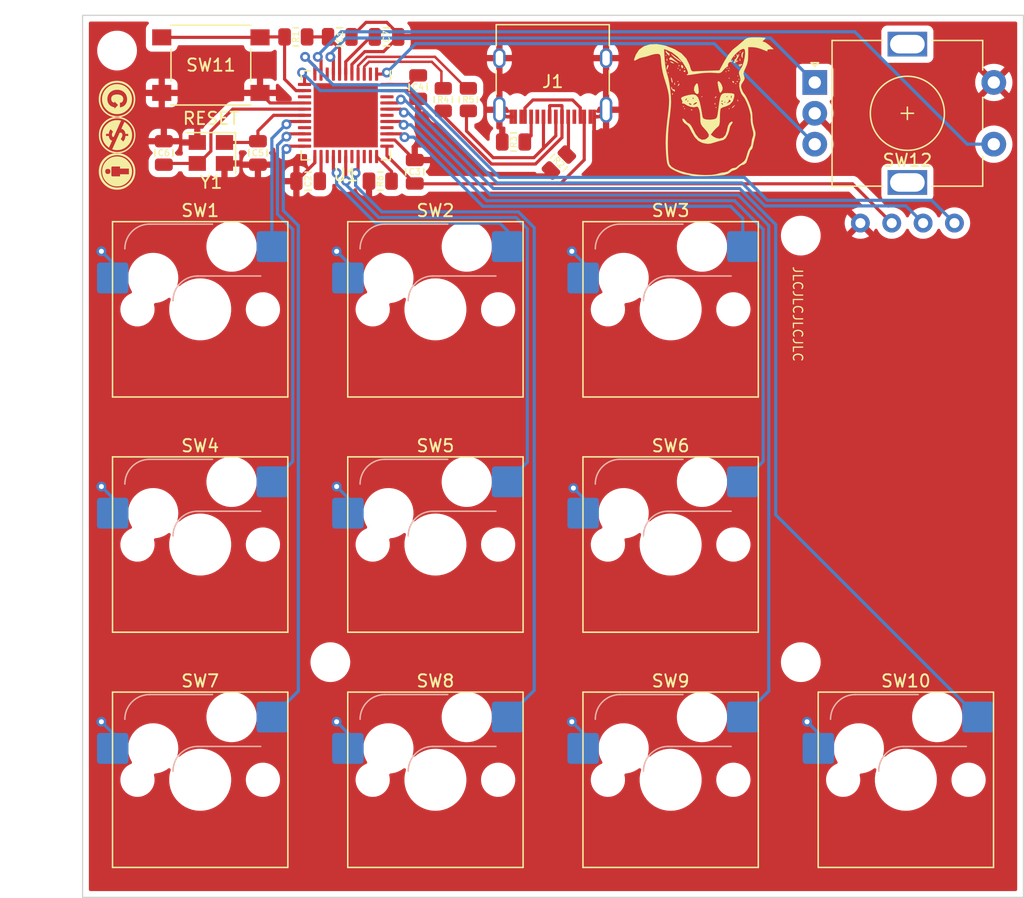
<source format=kicad_pcb>
(kicad_pcb (version 20211014) (generator pcbnew)
  (layers (0 "F.Cu" signal) (31 "B.Cu" signal) (34 "B.Paste" user) (35 "F.Paste" user) (36 "B.SilkS" user "B.Silkscreen") (37 "F.SilkS" user "F.Silkscreen") (38 "B.Mask" user) (39 "F.Mask" user) (44 "Edge.Cuts" user))
  (net 0 "")
  (net 1 "10")
  (net 2 "+5V")
  (net 3 "D-")
  (net 4 "D+")
  (net 5 "GND")
  (net 6 "Net-(C7-Pad2)")
  (net 8 "Net-(R1-Pad2)")
  (net 9 "XTAL2")
  (net 10 "XTAL1")
  (net 11 "1")
  (net 12 "2")
  (net 13 "3")
  (net 15 "4")
  (net 16 "5")
  (net 17 "6")
  (net 21 "7")
  (net 22 "8")
  (net 23 "9")
  (net 27 "Net-(J1-PadA5)")
  (net 29 "Net-(J1-PadB5)")
  (net 31 "Net-(J1-PadA7)")
  (net 32 "Net-(J1-PadA6)")
  (net 33 "Net-(R6-Pad1)")
  (net 37 "rota")
  (net 38 "rotb")
  (net 39 "rotsw")
  (net 40 "sda")
  (net 41 "scl")
  (footprint "Capacitor_SMD:C_0805_2012Metric" (layer "F.Cu") (at 122.1505 74.5845 90)
    (fp_text reference "C3")
    (fp_text value "0.1u")
  )
  (footprint "Connector_USB:USB_C_Receptacle_XKB_U262-16XN-4BVC11" (layer "F.Cu") (at 133.3265 66.4565 180)
    (fp_text reference "J1")
    (fp_text value "USB_C_Receptacle_USB2.0")
  )
  (footprint "Capacitor_SMD:C_0805_2012Metric" (layer "F.Cu") (at 109.4505 73.0605 90)
    (fp_text reference "C5")
    (fp_text value "22p")
  )
  (footprint "Switch_Keyboard_Hotswap_Kailh:SW_Hotswap_Kailh_MX_1.00u" (layer "F.Cu") (at 142.875 85.725)
    (fp_text reference "SW3")
    (fp_text value "SW_Push")
  )
  (footprint "MountingHole:MountingHole_2.2mm_M2" (layer "F.Cu") (at 153.416 114.3)
    (fp_text reference "REF**" hide)
    (fp_text value "MountingHole_2.2mm_M2")
  )
  (footprint "Switch_Keyboard_Hotswap_Kailh:SW_Hotswap_Kailh_MX_1.00u" (layer "F.Cu") (at 123.825 104.775)
    (fp_text reference "SW5")
    (fp_text value "SW_Push")
  )
  (footprint "Capacitor_SMD:C_0805_2012Metric" (layer "F.Cu") (at 113.5145 75.3465 180)
    (fp_text reference "C2")
    (fp_text value "0.1u")
  )
  (footprint "Capacitor_SMD:C_0805_2012Metric" (layer "F.Cu") (at 101.8305 73.0605 -90)
    (fp_text reference "C6")
    (fp_text value "22p")
  )
  (footprint "Switch_Keyboard_Hotswap_Kailh:SW_Hotswap_Kailh_MX_1.00u" (layer "F.Cu") (at 123.825 123.825)
    (fp_text reference "SW8")
    (fp_text value "SW_Push")
  )
  (footprint "floppa:small" (layer "F.Cu") (at 145.542 69.342)
    (fp_text reference "G***" hide)
    (fp_text value "LOGO" hide)
  )
  (footprint "Switch_Keyboard_Hotswap_Kailh:SW_Hotswap_Kailh_MX_1.00u" (layer "F.Cu") (at 104.775 85.725)
    (fp_text reference "SW1")
    (fp_text value "SW_Push")
  )
  (footprint "Switch_Keyboard_Hotswap_Kailh:SW_Hotswap_Kailh_MX_1.00u" (layer "F.Cu") (at 142.875 123.825)
    (fp_text reference "SW9")
    (fp_text value "SW_Push")
  )
  (footprint "MountingHole:MountingHole_2.2mm_M2" (layer "F.Cu") (at 153.416 79.756)
    (fp_text reference "REF**" hide)
    (fp_text value "MountingHole_2.2mm_M2")
  )
  (footprint "MountingHole:MountingHole_2.2mm_M2" (layer "F.Cu") (at 115.316 114.3)
    (fp_text reference "REF**" hide)
    (fp_text value "MountingHole_2.2mm_M2")
  )
  (footprint "Resistor_SMD:R_0805_2012Metric" (layer "F.Cu") (at 124.46 68.7425 90)
    (fp_text reference "R4")
    (fp_text value "22")
  )
  (footprint "Resistor_SMD:R_0805_2012Metric" (layer "F.Cu") (at 133.824265 73.832735 -135)
    (fp_text reference "R2")
    (fp_text value "5.1k")
  )
  (footprint "Crystal:Crystal_SMD_3225-4Pin_3.2x2.5mm" (layer "F.Cu") (at 105.6405 73.0605 180)
    (fp_text reference "Y1")
    (fp_text value "16M")
  )
  (footprint "Capacitor_SMD:C_0805_2012Metric" (layer "F.Cu") (at 116.078 63.6625)
    (fp_text reference "C1")
    (fp_text value "0.1u")
  )
  (footprint "Resistor_SMD:R_0805_2012Metric" (layer "F.Cu") (at 130.1515 72.1715 180)
    (fp_text reference "R3")
    (fp_text value "5.1k")
  )
  (footprint "MountingHole:MountingHole_2.2mm_M2" (layer "F.Cu") (at 98.044 64.77)
    (fp_text reference "REF**" hide)
    (fp_text value "MountingHole_2.2mm_M2")
  )
  (footprint "Button_Switch_SMD:SW_SPST_PTS645" (layer "F.Cu") (at 105.6405 65.9485 180)
    (fp_text reference "SW11")
    (fp_text value "RESET")
  )
  (footprint "Switch_Keyboard_Hotswap_Kailh:SW_Hotswap_Kailh_MX_1.00u" (layer "F.Cu") (at 123.825 85.725)
    (fp_text reference "SW2")
    (fp_text value "SW_Push")
  )
  (footprint "Resistor_SMD:R_0805_2012Metric" (layer "F.Cu") (at 119.3565 75.3465 180)
    (fp_text reference "R6")
    (fp_text value "10k")
  )
  (footprint "Capacitor_SMD:C_0805_2012Metric" (layer "F.Cu") (at 119.8645 63.6625 180)
    (fp_text reference "C7")
    (fp_text value "1u")
  )
  (footprint "Switch_Keyboard_Hotswap_Kailh:SW_Hotswap_Kailh_MX_1.00u" (layer "F.Cu") (at 104.775 104.775)
    (fp_text reference "SW4")
    (fp_text value "SW_Push")
  )
  (footprint "42keebs:OLED_v2.1" (layer "F.Cu") (at 162.052 78.74 180)
    (fp_text reference "OL1")
    (fp_text value "OLED" hide)
  )
  (footprint "Package_DFN_QFN:QFN-44-1EP_7x7mm_P0.5mm_EP5.2x5.2mm" (layer "F.Cu") (at 116.5625 70.0125 -90)
    (fp_text reference "U1")
    (fp_text value "ATmega32U4-M")
  )
  (footprint "Switch_Keyboard_Hotswap_Kailh:SW_Hotswap_Kailh_MX_1.00u" (layer "F.Cu") (at 161.925 123.825)
    (fp_text reference "SW10")
    (fp_text value "SW_Push")
  )
  (footprint "Rotary_Encoder:RotaryEncoder_Alps_EC11E-Switch_Vertical_H20mm" (layer "F.Cu") (at 154.548 67.35)
    (fp_text reference "SW12")
    (fp_text value "RotaryEncoder_Switch")
  )
  (footprint "Switch_Keyboard_Hotswap_Kailh:SW_Hotswap_Kailh_MX_1.00u" (layer "F.Cu") (at 142.875 104.775)
    (fp_text reference "SW6")
    (fp_text value "SW_Push")
  )
  (footprint "Switch_Keyboard_Hotswap_Kailh:SW_Hotswap_Kailh_MX_1.00u" (layer "F.Cu") (at 104.775 123.825)
    (fp_text reference "SW7")
    (fp_text value "SW_Push")
  )
  (footprint "Resistor_SMD:R_0805_2012Metric" (layer "F.Cu") (at 112.522 63.6625 180)
    (fp_text reference "R1")
    (fp_text value "10k")
  )
  (footprint "Capacitor_SMD:C_0805_2012Metric" (layer "F.Cu") (at 122.428 67.7265 -90)
    (fp_text reference "C4")
    (fp_text value "10u")
  )
  (footprint "Resistor_SMD:R_0805_2012Metric" (layer "F.Cu") (at 126.492 68.7425 90)
    (fp_text reference "R5")
    (fp_text value "22")
  )
  (gr_poly (pts (xy 96.563985 74.48197) (xy 96.569007 74.406221) (xy 96.577377 74.332) (xy 96.589095 74.259306) (xy 96.604162 74.18814) (xy 96.622577 74.118501) (xy 96.644341 74.050391) (xy 96.669454 73.983809) (xy 96.697915 73.918756) (xy 96.729726 73.855231) (xy 96.764886 73.793235) (xy 96.803395 73.732769) (xy 96.845254 73.673831) (xy 96.890463 73.616423) (xy 96.939021 73.560545) (xy 96.990929 73.506197) (xy 97.045586 73.453992) (xy 97.101731 73.405152) (xy 97.159363 73.359677) (xy 97.218484 73.317568) (xy 97.279092 73.278824) (xy 97.341188 73.243447) (xy 97.404771 73.211437) (xy 97.469843 73.182795) (xy 97.536402 73.15752) (xy 97.60445 73.135614) (xy 97.673985 73.117076) (xy 97.745008 73.101909) (xy 97.817518 73.09011) (xy 97.854121 73.085942) (xy 97.899589 73.091265) (xy 97.973735 73.096384) (xy 98.049163 73.098091) (xy 98.124248 73.096384) (xy 98.198008 73.091265) (xy 98.239716 73.086353) (xy 98.270797 73.089829) (xy 98.343136 73.101409) (xy 98.413842 73.116297) (xy 98.482914 73.134493) (xy 98.550352 73.155997) (xy 98.616155 73.180809) (xy 98.680324 73.208929) (xy 98.742859 73.240357) (xy 98.803759 73.275091) (xy 98.863025 73.313134) (xy 98.920656 73.354483) (xy 98.976651 73.399139) (xy 99.031012 73.447102) (xy 99.083737 73.498372) (xy 99.137245 73.555225) (xy 99.187302 73.613337) (xy 99.233909 73.672709) (xy 99.277065 73.733342) (xy 99.316771 73.795234) (xy 99.353025 73.858387) (xy 99.385828 73.9228) (xy 99.415179 73.988474) (xy 99.441078 74.055408) (xy 99.463524 74.123603) (xy 99.482518 74.193058) (xy 99.49806 74.263774) (xy 99.510148 74.335751) (xy 99.518782 74.408988) (xy 99.523963 74.483486) (xy 99.52569 74.559246) (xy 99.523983 74.633712) (xy 99.518863 74.706936) (xy 99.510329 74.778917) (xy 99.498383 74.849657) (xy 99.483024 74.919154) (xy 99.464254 74.987409) (xy 99.442073 75.054423) (xy 99.416481 75.120195) (xy 99.387479 75.184726) (xy 99.355067 75.248015) (xy 99.319245 75.310063) (xy 99.280015 75.37087) (xy 99.237376 75.430436) (xy 99.19133 75.488762) (xy 99.141876 75.545846) (xy 99.089015 75.601691) (xy 99.033772 75.65455) (xy 98.977189 75.704001) (xy 98.919264 75.750043) (xy 98.859997 75.792676) (xy 98.799389 75.831899) (xy 98.737437 75.867713) (xy 98.674143 75.900116) (xy 98.609505 75.92911) (xy 98.543523 75.954693) (xy 98.476197 75.976866) (xy 98.407525 75.995629) (xy 98.337509 76.01098) (xy 98.266146 76.02292) (xy 98.193437 76.031449) (xy 98.119381 76.036567) (xy 98.058192 76.037951) (xy 98.058192 75.8595) (xy 98.125565 75.857797) (xy 98.192054 75.852741) (xy 98.257576 75.844415) (xy 98.322049 75.832901) (xy 98.385391 75.818282) (xy 98.447519 75.80064) (xy 98.508352 75.780056) (xy 98.567806 75.756614) (xy 98.625801 75.730395) (xy 98.682252 75.701483) (xy 98.737079 75.669958) (xy 98.790199 75.635903) (xy 98.84153 75.599401) (xy 98.890989 75.560534) (xy 98.938494 75.519384) (xy 98.983963 75.476034) (xy 99.027313 75.430565) (xy 99.068463 75.38306) (xy 99.10733 75.333601) (xy 99.143832 75.28227) (xy 99.177887 75.22915) (xy 99.209412 75.174323) (xy 99.238325 75.117872) (xy 99.264543 75.059877) (xy 99.287985 75.000423) (xy 99.308569 74.93959) (xy 99.326211 74.877462) (xy 99.340831 74.81412) (xy 99.352344 74.749647) (xy 99.36067 74.684125) (xy 99.365726 74.617636) (xy 99.36743 74.550263) (xy 99.365726 74.48289) (xy 99.36067 74.416401) (xy 99.352344 74.350879) (xy 99.340831 74.286406) (xy 99.326211 74.223064) (xy 99.308569 74.160936) (xy 99.287985 74.100103) (xy 99.264543 74.040649) (xy 99.238325 73.982654) (xy 99.209412 73.926203) (xy 99.177887 73.871376) (xy 99.143832 73.818256) (xy 99.10733 73.766925) (xy 99.068463 73.717466) (xy 99.027313 73.669961) (xy 98.983963 73.624492) (xy 98.938494 73.581142) (xy 98.890989 73.539992) (xy 98.84153 73.501124) (xy 98.790199 73.464623) (xy 98.737079 73.430568) (xy 98.682252 73.399043) (xy 98.625801 73.37013) (xy 98.567806 73.343912) (xy 98.508352 73.320469) (xy 98.447519 73.299886) (xy 98.385391 73.282244) (xy 98.322049 73.267624) (xy 98.257576 73.256111) (xy 98.192054 73.247785) (xy 98.125565 73.242729) (xy 98.058192 73.241025) (xy 97.990819 73.242729) (xy 97.92433 73.247785) (xy 97.858808 73.256111) (xy 97.794335 73.267624) (xy 97.730993 73.282244) (xy 97.668865 73.299886) (xy 97.608032 73.320469) (xy 97.548578 73.343912) (xy 97.490583 73.37013) (xy 97.434132 73.399043) (xy 97.379305 73.430568) (xy 97.326185 73.464623) (xy 97.274854 73.501124) (xy 97.225395 73.539992) (xy 97.17789 73.581142) (xy 97.132421 73.624492) (xy 97.089071 73.669961) (xy 97.047921 73.717466) (xy 97.009054 73.766925) (xy 96.972552 73.818256) (xy 96.938497 73.871376) (xy 96.906972 73.926203) (xy 96.878059 73.982654) (xy 96.851841 74.040649) (xy 96.828399 74.100103) (xy 96.807815 74.160936) (xy 96.790173 74.223064) (xy 96.775553 74.286406) (xy 96.76404 74.350879) (xy 96.755714 74.416401) (xy 96.750658 74.48289) (xy 96.748954 74.550263) (xy 96.750658 74.617636) (xy 96.755714 74.684125) (xy 96.76404 74.749647) (xy 96.775553 74.81412) (xy 96.790173 74.877462) (xy 96.807815 74.93959) (xy 96.828399 75.000423) (xy 96.851841 75.059877) (xy 96.878059 75.117872) (xy 96.906972 75.174323) (xy 96.938497 75.22915) (xy 96.972552 75.28227) (xy 97.009054 75.333601) (xy 97.047921 75.38306) (xy 97.089071 75.430565) (xy 97.132421 75.476034) (xy 97.17789 75.519384) (xy 97.225395 75.560534) (xy 97.274854 75.599401) (xy 97.326185 75.635903) (xy 97.379305 75.669958) (xy 97.434132 75.701483) (xy 97.490583 75.730395) (xy 97.548578 75.756614) (xy 97.608032 75.780056) (xy 97.668865 75.80064) (xy 97.730993 75.818282) (xy 97.794335 75.832901) (xy 97.858808 75.844415) (xy 97.92433 75.852741) (xy 97.990819 75.857797) (xy 98.058192 75.8595) (xy 98.058192 76.037951) (xy 98.043977 76.038273) (xy 97.968558 76.036567) (xy 97.894419 76.031449) (xy 97.82156 76.02292) (xy 97.749983 76.01098) (xy 97.679686 75.995629) (xy 97.61067 75.976866) (xy 97.542935 75.954693) (xy 97.476482 75.92911) (xy 97.411309 75.900116) (xy 97.347417 75.867713) (xy 97.284807 75.831899) (xy 97.223478 75.792676) (xy 97.16343 75.750043) (xy 97.104663 75.704001) (xy 97.047179 75.65455) (xy 96.990975 75.601691) (xy 96.939059 75.547385) (xy 96.890494 75.491635) (xy 96.845279 75.43444) (xy 96.803415 75.375799) (xy 96.764901 75.315713) (xy 96.729737 75.254181) (xy 96.697924 75.191202) (xy 96.669459 75.126776) (xy 96.644345 75.060903) (xy 96.622579 74.993583) (xy 96.604163 74.924815) (xy 96.589096 74.854599) (xy 96.577377 74.782934) (xy 96.569007 74.70982) (xy 96.563985 74.635258) (xy 96.562311 74.559246)) (layer "F.SilkS") (width 0) (fill solid))
  (gr_poly (pts (xy 97.988183 72.008001) (xy 98.091391 71.772509) (xy 98.170799 71.597903) (xy 98.23164 71.455108) (xy 98.236027 71.450298) (xy 98.240576 71.445799) (xy 98.245288 71.441611) (xy 98.250163 71.437735) (xy 98.255201 71.434169) (xy 98.260404 71.430914) (xy 98.265771 71.42797) (xy 98.271303 71.425336) (xy 98.277001 71.423012) (xy 98.282865 71.420999) (xy 98.288895 71.419296) (xy 98.295092 71.417903) (xy 98.301456 71.416819) (xy 98.307988 71.416046) (xy 98.314689 71.415582) (xy 98.321558 71.415427) (xy 98.33133 71.415639) (xy 98.340745 71.416276) (xy 98.349805 71.417336) (xy 98.35851 71.418821) (xy 98.362729 71.419722) (xy 98.366859 71.42073) (xy 98.370901 71.421843) (xy 98.374854 71.423062) (xy 98.378718 71.424388) (xy 98.382493 71.425819) (xy 98.38618 71.427356) (xy 98.389779 71.428999) (xy 98.393289 71.430748) (xy 98.39671 71.432603) (xy 98.400042 71.434564) (xy 98.403287 71.436631) (xy 98.406442 71.438804) (xy 98.40951 71.441083) (xy 98.412488 71.443468) (xy 98.415379 71.445958) (xy 98.418181 71.448554) (xy 98.420895 71.451257) (xy 98.42352 71.454065) (xy 98.426057 71.456979) (xy 98.428506 71.459999) (xy 98.430866 71.463124) (xy 98.433139 71.466356) (xy 98.435323 71.469693) (xy 98.439509 71.476562) (xy 98.443423 71.483609) (xy 98.447064 71.490833) (xy 98.450433 71.498235) (xy 98.45353 71.505812) (xy 98.456356 71.513566) (xy 98.45891 71.521497) (xy 98.461194 71.529602) (xy 98.463208 71.537883) (xy 98.464951 71.546339) (xy 98.466426 71.554969) (xy 98.467631 71.563774) (xy 98.468568 71.572752) (xy 98.469237 71.581905) (xy 98.469638 71.59123) (xy 98.469771 71.600728) (xy 98.469245 71.623727) (xy 98.467664 71.646417) (xy 98.465029 71.668797) (xy 98.461341 71.690868) (xy 98.456598 71.712629) (xy 98.450802 71.73408) (xy 98.443951 71.75522) (xy 98.436046 71.776051) (xy 98.427087 71.796571) (xy 98.417073 71.81678) (xy 98.406005 71.836679) (xy 98.393883 71.856268) (xy 98.380706 71.875545) (xy 98.366474 71.894511) (xy 98.351188 71.913166) (xy 98.334847 71.93151) (xy 98.541215 72.135193) (xy 98.562377 72.109564) (xy 98.582195 72.083604) (xy 98.600668 72.057314) (xy 98.617796 72.030692) (xy 98.63358 72.003739) (xy 98.648019 71.976456) (xy 98.661114 71.948841) (xy 98.672864 71.920895) (xy 98.683269 71.892619) (xy 98.69233 71.864011) (xy 98.700047 71.835072) (xy 98.706418 71.805803) (xy 98.711446 71.776202) (xy 98.715128 71.746271) (xy 98.717466 71.716008) (xy 98.71846 71.685415) (xy 98.945988 71.685415) (xy 98.945988 71.513403) (xy 98.71846 71.513403) (xy 98.71653 71.494386) (xy 98.714007 71.475691) (xy 98.710889 71.457317) (xy 98.707179 71.439264) (xy 98.702875 71.421531) (xy 98.69798 71.404118) (xy 98.692492 71.387024) (xy 98.686413 71.370248) (xy 98.679743 71.35379) (xy 98.672483 71.33765) (xy 98.664633 71.321826) (xy 98.656193 71.306319) (xy 98.647164 71.291128) (xy 98.637547 71.276252) (xy 98.627342 71.26169) (xy 98.616549 71.247443) (xy 98.605287 71.233722) (xy 98.593622 71.220653) (xy 98.581554 71.208236) (xy 98.569083 71.196469) (xy 98.556207 71.185353) (xy 98.542927 71.174887) (xy 98.529243 71.165071) (xy 98.515153 71.155904) (xy 98.500658 71.147386) (xy 98.485758 71.139517) (xy 98.470451 71.132296) (xy 98.454738 71.125722) (xy 98.438619 71.119796) (xy 98.422092 71.114517) (xy 98.405158 71.109884) (xy 98.387817 71.105898) (xy 98.636505 70.547634) (xy 98.653365 70.557097) (xy 98.670138 70.566996) (xy 98.686824 70.577329) (xy 98.703425 70.588098) (xy 98.719938 70.599302) (xy 98.736366 70.61094) (xy 98.752708 70.623013) (xy 98.768964 70.635521) (xy 98.785134 70.648463) (xy 98.801218 70.66184) (xy 98.817217 70.675652) (xy 98.833131 70.689898) (xy 98.84896 70.704578) (xy 98.864703 70.719692) (xy 98.880362 70.735241) (xy 98.895936 70.751224) (xy 98.939845 70.797095) (xy 98.980921 70.844038) (xy 99.019162 70.892052) (xy 99.054569 70.941138) (xy 99.087142 70.991296) (xy 99.116882 71.042527) (xy 99.143789 71.09483) (xy 99.167862 71.148206) (xy 99.189102 71.202656) (xy 99.20751 71.258179) (xy 99.223085 71.314776) (xy 99.235828 71.372447) (xy 99.245739 71.431193) (xy 99.252818 71.491013) (xy 99.257065 71.551908) (xy 99.258481 71.613878) (xy 99.257085 71.675201) (xy 99.252898 71.735492) (xy 99.24592 71.794751) (xy 99.23615 71.852978) (xy 99.223589 71.910171) (xy 99.208235 71.966333) (xy 99.19009 72.021461) (xy 99.169153 72.075556) (xy 99.145423 72.128618) (xy 99.118901 72.180647) (xy 99.089586 72.231643) (xy 99.057479 72.281605) (xy 99.022579 72.330533) (xy 98.984886 72.378428) (xy 98.9444 72.425288) (xy 98.901121 72.471115) (xy 98.855642 72.51468) (xy 98.809126 72.555435) (xy 98.761576 72.593379) (xy 98.71299 72.628513) (xy 98.663369 72.660836) (xy 98.612713 72.690348) (xy 98.561021 72.717049) (xy 98.508294 72.74094) (xy 98.454532 72.76202) (xy 98.399735 72.780289) (xy 98.343902 72.795748) (xy 98.287034 72.808396) (xy 98.229131 72.818234) (xy 98.170192 72.82526) (xy 98.110219 72.829476) (xy 98.049209 72.830882) (xy 98.022222 72.830623) (xy 97.995503 72.829847) (xy 97.969052 72.828553) (xy 97.942869 72.826742) (xy 97.916955 72.824414) (xy 97.89131 72.821569) (xy 97.865934 72.818207) (xy 97.840827 72.814329) (xy 97.815989 72.809934) (xy 97.79142 72.805022) (xy 97.76712 72.799594) (xy 97.74309 72.793651) (xy 97.71933 72.787191) (xy 97.69584 72.780215) (xy 97.672619 72.772723) (xy 97.649669 72.764716)) (layer "F.SilkS") (width 0) (fill solid))
  (gr_poly (pts (xy 96.833462 71.551224) (xy 96.837647 71.489859) (xy 96.844622 71.42969) (xy 96.854386 71.370717) (xy 96.866941 71.31294) (xy 96.882285 71.25636) (xy 96.900419 71.200976) (xy 96.921343 71.146788) (xy 96.945056 71.093797) (xy 96.971558 71.042002) (xy 97.00085 70.991403) (xy 97.032932 70.942002) (xy 97.067802 70.893797) (xy 97.105462 70.846788) (xy 97.14591 70.800977) (xy 97.189148 70.756363) (xy 97.233446 70.71346) (xy 97.279004 70.673321) (xy 97.32582 70.635948) (xy 97.373896 70.60134) (xy 97.423231 70.569497) (xy 97.473827 70.540422) (xy 97.525682 70.514113) (xy 97.578798 70.490571) (xy 97.633174 70.469798) (xy 97.688811 70.451792) (xy 97.745708 70.436555) (xy 97.803867 70.424088) (xy 97.863287 70.41439) (xy 97.923968 70.407463) (xy 97.985912 70.403306) (xy 98.049117 70.40192) (xy 98.089396 70.4025) (xy 98.129496 70.404239) (xy 98.169422 70.407138) (xy 98.209177 70.411198) (xy 98.248765 70.416419) (xy 98.28819 70.422802) (xy 98.327454 70.430347) (xy 98.366564 70.439055) (xy 98.027957 71.19827) (xy 97.922156 71.436401) (xy 97.863955 71.56614) (xy 97.779222 71.753987) (xy 97.776905 71.755585) (xy 97.774588 71.75708) (xy 97.772272 71.758472) (xy 97.769957 71.759761) (xy 97.767643 71.760946) (xy 97.765329 71.762029) (xy 97.763015 71.763008) (xy 97.760701 71.763884) (xy 97.758387 71.764658) (xy 97.756074 71.765328) (xy 97.75376 71.765895) (xy 97.751445 71.766359) (xy 97.74913 71.76672) (xy 97.746814 71.766977) (xy 97.744498 71.767132) (xy 97.74218 71.767183) (xy 97.73439 71.766971) (xy 97.730604 71.766706) (xy 97.72689 71.766335) (xy 97.723248 71.765858) (xy 97.719679 71.765274) (xy 97.716182 71.764585) (xy 97.712758 71.76379) (xy 97.709405 71.762888) (xy 97.706126 71.761881) (xy 97.702918 71.760768) (xy 97.699783 71.759548) (xy 97.696721 71.758223) (xy 97.69373 71.756792) (xy 97.690812 71.755254) (xy 97.687966 71.753611) (xy 97.685193 71.751862) (xy 97.682492 71.750007) (xy 97.679863 71.748046) (xy 97.677306 71.745979) (xy 97.674822 71.743806) (xy 97.67241 71.741528) (xy 97.67007 71.739143) (xy 97.667803 71.736653) (xy 97.665607 71.734056) (xy 97.663484 71.731354) (xy 97.661433 71.728546) (xy 97.659455 71.725632) (xy 97.657548 71.722612) (xy 97.655714 71.719487) (xy 97.653952 71.716255) (xy 97.652262 71.712918) (xy 97.649057 71.706097) (xy 97.646059 71.69916) (xy 97.643267 71.692107) (xy 97.640681 71.684938) (xy 97.638302 71.677654) (xy 97.636129 71.670254) (xy 97.634163 71.66274) (xy 97.632404 71.65511) (xy 97.630851 71.647364) (xy 97.629505 71.639504) (xy 97.628366 71.63153) (xy 97.627434 71.62344) (xy 97.626709 71.615237) (xy 97.626191 71.606918) (xy 97.625881 71.598486) (xy 97.625777 71.589939) (xy 97.626118 71.573753) (xy 97.627142 71.55761) (xy 97.628848 71.541511) (xy 97.631237 71.525455) (xy 97.634308 71.509441) (xy 97.638061 71.493469) (xy 97.642497 71.477538) (xy 97.647614 71.461648) (xy 97.653414 71.445798) (xy 97.659895 71.429987) (xy 97.667059 71.414216) (xy 97.674904 71.398483) (xy 97.683431 71.382788) (xy 97.69264 71.367131) (xy 97.702531 71.35151) (xy 97.713103 71.335926) (xy 97.514652 71.142754) (xy 97.499236 71.163734) (xy 97.484729 71.185003) (xy 97.47113 71.206562) (xy 97.45844 71.228409) (xy 97.446658 71.250545) (xy 97.435786 71.272971) (xy 97.425823 71.295686) (xy 97.416769 71.31869) (xy 97.408625 71.341985) (xy 97.40139 71.365569) (xy 97.395065 71.389444) (xy 97.389649 71.413608) (xy 97.385144 71.438063) (xy 97.381548 71.462808) (xy 97.378863 71.487844) (xy 97.377088 71.513171) (xy 97.149467 71.513171) (xy 97.149467 71.685183) (xy 97.377135 71.685183) (xy 97.378383 71.702256) (xy 97.380115 71.719061) (xy 97.38233 71.735597) (xy 97.385029 71.751864) (xy 97.388211 71.767862) (xy 97.391877 71.78359) (xy 97.396027 71.799049) (xy 97.400662 71.814238) (xy 97.405781 71.829157) (xy 97.411385 71.843806) (xy 97.417474 71.858183) (xy 97.424048 71.87229) (xy 97.431108 71.886125) (xy 97.438653 71.899689) (xy 97.446683 71.91298) (xy 97.4552 71.926) (xy 97.464141 71.938643) (xy 97.473442 71.950769) (xy 97.483106 71.962378) (xy 97.493132 71.97347) (xy 97.503519 71.984045) (xy 97.514268 71.994103) (xy 97.52538 72.003643) (xy 97.536854 72.012666) (xy 97.54869 72.021171) (xy 97.560889 72.029159) (xy 97.573451 72.036628) (xy 97.586375 72.04358) (xy 97.599663 72.050013) (xy 97.613313 72.055928) (xy 97.627327 72.061325) (xy 97.641705 72.066203) (xy 97.387738 72.632431) (xy 97.360341 72.613081) (xy 97.333679 72.593405) (xy 97.307755 72.573399) (xy 97.282568 72.553063) (xy 97.258122 72.532395) (xy 97.234418 72.511394) (xy 97.211457 72.490057) (xy 97.189241 72.468382) (xy 97.145987 72.424113) (xy 97.105524 72.378623) (xy 97.067852 72.331914) (xy 97.032971 72.283986) (xy 97.00088 72.234838) (xy 96.971581 72.184472) (xy 96.945072 72.132886) (xy 96.921354 72.080082) (xy 96.900427 72.026059) (xy 96.88229 71.970817) (xy 96.866944 71.914357) (xy 96.854388 71.856678) (xy 96.844622 71.797782) (xy 96.837647 71.737668) (xy 96.833462 71.676335) (xy 96.832067 71.613785)) (layer "F.SilkS") (width 0) (fill solid))
  (gr_poly (pts (xy 96.825776 68.634194) (xy 96.829961 68.572832) (xy 96.836937 68.512667) (xy 96.846703 68.4537) (xy 96.85926 68.395931) (xy 96.874609 68.339358) (xy 96.892749 68.283982) (xy 96.91368 68.229803) (xy 96.937403 68.17682) (xy 96.963918 68.125034) (xy 96.993224 68.074443) (xy 97.025324 68.025049) (xy 97.060215 67.97685) (xy 97.0979 67.929846) (xy 97.138377 67.884038) (xy 97.181647 67.839424) (xy 97.225928 67.796506) (xy 97.271448 67.756354) (xy 97.318209 67.718971) (xy 97.366209 67.684355) (xy 97.415449 67.652507) (xy 97.465929 67.623428) (xy 97.517649 67.597117) (xy 97.570608 67.573575) (xy 97.624806 67.552802) (xy 97.680244 67.534798) (xy 97.736921 67.519563) (xy 97.794836 67.507098) (xy 97.85399 67.497402) (xy 97.914383 67.490476) (xy 97.976015 67.486321) (xy 98.038884 67.484936) (xy 98.102056 67.4863) (xy 98.163881 67.490392) (xy 98.224359 67.497213) (xy 98.283492 67.506762) (xy 98.341278 67.51904) (xy 98.397719 67.534046) (xy 98.452814 67.55178) (xy 98.506564 67.572244) (xy 98.558969 67.595436) (xy 98.610029 67.621357) (xy 98.659744 67.650007) (xy 98.708115 67.681386) (xy 98.755141 67.715494) (xy 98.800824 67.75233) (xy 98.845162 67.791897) (xy 98.888157 67.834192) (xy 98.932066 67.880658) (xy 98.973138 67.928118) (xy 99.011374 67.976572) (xy 99.046776 68.026019) (xy 99.079342 68.076458) (xy 99.109074 68.127891) (xy 99.135972 68.180316) (xy 99.160037 68.233733) (xy 99.181269 68.288142) (xy 99.199668 68.343542) (xy 99.215236 68.399934) (xy 99.227971 68.457317) (xy 99.237876 68.515691) (xy 99.244951 68.575055) (xy 99.249195 68.635409) (xy 99.25061 68.696754) (xy 99.249205 68.758393) (xy 99.244992 68.818957) (xy 99.237969 68.878444) (xy 99.228136 68.936856) (xy 99.215493 68.994192) (xy 99.200039 69.050454) (xy 99.181774 69.10564) (xy 99.160697 69.159751) (xy 99.136807 69.212789) (xy 99.110105 69.264752) (xy 99.080589 69.315641) (xy 99.04826 69.365457) (xy 99.013117 69.4142) (xy 98.975158 69.461869) (xy 98.934385 69.508466) (xy 98.890796 69.553991) (xy 98.845602 69.597565) (xy 98.799337 69.638327) (xy 98.751999 69.676277) (xy 98.703589 69.711416) (xy 98.654106 69.743743) (xy 98.603549 69.773259) (xy 98.551919 69.799963) (xy 98.499214 69.823857) (xy 98.445434 69.844939) (xy 98.390578 69.86321) (xy 98.334647 69.878669) (xy 98.27764 69.891318) (xy 98.219556 69.901156) (xy 98.160394 69.908183) (xy 98.100155 69.912399) (xy 98.038838 69.913804) (xy 97.978142 69.912389) (xy 97.918395 69.908143) (xy 97.859598 69.901067) (xy 97.829599 69.895929) (xy 97.829599 69.474581) (xy 98.123293 69.180841) (xy 97.829599 68.887193) (xy 97.829599 68.995633) (xy 97.797892 68.990009) (xy 97.782805 68.986436) (xy 97.76823 68.982357) (xy 97.754167 68.97777) (xy 97.740614 68.972676) (xy 97.727574 68.967076) (xy 97.715044 68.960968) (xy 97.703026 68.954353) (xy 97.69152 68.947231) (xy 97.680525 68.939603) (xy 97.670041 68.931467) (xy 97.660069 68.922825) (xy 97.650608 68.913675) (xy 97.641658 68.904019) (xy 97.63322 68.893855) (xy 97.625293 68.883185) (xy 97.617878 68.872007) (xy 97.610974 68.860323) (xy 97.604581 68.848132) (xy 97.5987 68.835434) (xy 97.59333 68.822229) (xy 97.588472 68.808518) (xy 97.584125 68.794299) (xy 97.576966 68.764341) (xy 97.571852 68.732356) (xy 97.568783 68.698343) (xy 97.56776 68.662304) (xy 97.568241 68.642067) (xy 97.569681 68.622437) (xy 97.572082 68.603413) (xy 97.575444 68.584994) (xy 97.579767 68.567179) (xy 97.58505 68.549969) (xy 97.591294 68.533361) (xy 97.598499 68.517355) (xy 97.606665 68.501951) (xy 97.615792 68.487146) (xy 97.62588 68.472942) (xy 97.636929 68.459336) (xy 97.648939 68.446328) (xy 97.661911 68.433917) (xy 97.675844 68.422103) (xy 97.690739 68.410884) (xy 97.706561 68.400319) (xy 97.72326 68.390433) (xy 97.740837 68.381226) (xy 97.759292 68.372698) (xy 97.778624 68.36485) (xy 97.798835 68.357682) (xy 97.819924 68.351196) (xy 97.841892 68.34539) (xy 97.864739 68.340266) (xy 97.888465 68.335823) (xy 97.91307 68.332063) (xy 97.938556 68.328986) (xy 97.964922 68.326592) (xy 97.992168 68.324881) (xy 98.020294 68.323855) (xy 98.049302 68.323512) (xy 98.077055 68.323885) (xy 98.104108 68.325005) (xy 98.130462 68.326871) (xy 98.156114 68.329483) (xy 98.181066 68.332841) (xy 98.205315 68.336944) (xy 98.228862 68.341793) (xy 98.251706 68.347387) (xy 98.273846 68.353726) (xy 98.295281 68.360809) (xy 98.316012 68.368638) (xy 98.336037 68.37721) (xy 98.355356 68.386527) (xy 98.373968 68.396588) (xy 98.391873 68.407393) (xy 98.409069 68.418941) (xy 98.42541 68.431082) (xy 98.440696 68.4437) (xy 98.454928 68.456795) (xy 98.468105 68.470367) (xy 98.480227 68.484415) (xy 98.491295 68.498938) (xy 98.501309 68.513937) (xy 98.510268 68.529412) (xy 98.518173 68.545361) (xy 98.525024 68.561784) (xy 98.53082 68.578681) (xy 98.535563 68.596053) (xy 98.539251 68.613897) (xy 98.541886 68.632215) (xy 98.543467 68.651006) (xy 98.543993 68.670268) (xy 98.54373 68.689493) (xy 98.54294 68.708133) (xy 98.541624 68.72619) (xy 98.53978 68.743663) (xy 98.53741 68.760552) (xy 98.534513 68.776856) (xy 98.531089 68.792577) (xy 98.527139 68.807714) (xy 98.522661 68.822267) (xy 98.517657 68.836236) (xy 98.512125 68.84962) (xy 98.506066 68.862421) (xy 98.499481 68.874637) (xy 98.492368 68.886269) (xy 98.484728 68.897317) (xy 98.47656 68.907781) (xy 98.467866 68.917661) (xy 98.458644 68.926956) (xy 98.448894 68.935667) (xy 98.438618 68.943793) (xy 98.427814 68.951336) (xy 98.416482 68.958293) (xy 98.404623 68.964667) (xy 98.392236 68.970456) (xy 98.379322 68.975661) (xy 98.36588 68.980281) (xy 98.35191 68.984316) (xy 98.337413 68.987767) (xy 98.322388 68.990634) (xy 98.306835 68.992916) (xy 98.290754 68.994613) (xy 98.274145 68.995726) (xy 98.274145 69.368875) (xy 98.308375 69.36368) (xy 98.34161 69.357349) (xy 98.373853 69.349883) (xy 98.405102 69.341281) (xy 98.435358 69.331542) (xy 98.464621 69.320666) (xy 98.492892 69.308654) (xy 98.520171 69.295503) (xy 98.546458 69.281215) (xy 98.571753 69.265789) (xy 98.596057 69.249224) (xy 98.61937 69.23152) (xy 98.641693 69.212677) (xy 98.663024 69.192695) (xy 98.683366 69.171573) (xy 98.702717 69.14931) (xy 98.721008 69.126218) (xy 98.738115 69.10259) (xy 98.754039 69.078426) (xy 98.768781 69.053725) (xy 98.78234 69.028488) (xy 98.794718 69.002714) (xy 98.805915 68.976404) (xy 98.815931 68.949557) (xy 98.824767 68.922174) (xy 98.832424 68.894254) (xy 98.838901 68.865797) (xy 98.8442 68.836804) (xy 98.84832 68.807273) (xy 98.851262 68.777206) (xy 98.853027 68.746601) (xy 98.853615 68.71546) (xy 98.85273 68.673279) (xy 98.850074 68.632094) (xy 98.845648 68.591903) (xy 98.839453 68.552707) (xy 98.831489 68.514505) (xy 98.821756 68.477296) (xy 98.810256 68.44108) (xy 98.796988 68.405855) (xy 98.781954 68.371622) (xy 98.765153 68.33838) (xy 98.746587 68.306127) (xy 98.726256 68.274865) (xy 98.70416 68.244591) (xy 98.6803 68.215305) (xy 98.654677 68.187007) (xy 98.627291 68.159696) (xy 98.598582 68.133758) (xy 98.568974 68.109492) (xy 98.538465 68.086899) (xy 98.507057 68.065979) (xy 98.474747 68.046732) (xy 98.441538 68.029157) (xy 98.407427 68.013256) (xy 98.372415 67.999028) (xy 98.336502 67.986473) (xy 98.299688 67.975592) (xy 98.261972 67.966384) (xy 98.223354 67.95885) (xy 98.183834 67.952991) (xy 98.143411 67.948805) (xy 98.102086 67.946293) (xy 98.059859 67.945456) (xy 98.016381 67.946262) (xy 97.973892 67.948681) (xy 97.932392 67.952713) (xy 97.891882 67.958356) (xy 97.852363 67.965613) (xy 97.813834 67.974481) (xy 97.776296 67.984961) (xy 97.739749 67.997054) (xy 97.704195 68.010759) (xy 97.669633 68.026076) (xy 97.636063 68.043005) (xy 97.603487 68.061545) (xy 97.571904 68.081697) (xy 97.541315 68.103462) (xy 97.51172 68.126837) (xy 97.48312 68.151825) (xy 97.455903 68.178185) (xy 97.43044 68.205663) (xy 97.406732 68.234258) (xy 97.384777 68.26397) (xy 97.364578 68.294797) (xy 97.346134 68.32674) (xy 97.329445 68.359799) (xy 97.314511 68.393973) (xy 97.301333 68.429261) (xy 97.289912 68.465663) (xy 97.280247 68.503179) (xy 97.272339 68.541808) (xy 97.266187 68.58155) (xy 97.261793 68.622405) (xy 97.259156 68.664371) (xy 97.258277 68.70745) (xy 97.258862 68.738914) (xy 97.260615 68.769775) (xy 97.263536 68.800034) (xy 97.267626 68.82969) (xy 97.272884 68.858744) (xy 97.27931 68.887195) (xy 97.286904 68.915045) (xy 97.295666 68.942294) (xy 97.305596 68.968941) (xy 97.316693 68.994988) (xy 97.328957 69.020433) (xy 97.342389 69.045279) (xy 97.356988 69.069524) (xy 97.372754 69.093169) (xy 97.389687 69.116215) (xy 97.407787 69.138661) (xy 97.426942 69.160306) (xy 97.44706 69.180895) (xy 97.468141 69.200428) (xy 97.490183 69.218905) (xy 97.513188 69.236326) (xy 97.537156 69.25269) (xy 97.562085 69.267998) (xy 97.587977 69.28225) (xy 97.614831 69.295445) (xy 97.642646 69.307584) (xy 97.671424 69.318666) (xy 97.701163 69.328692) (xy 97.731864 69.33766) (xy 97.763527 69.345572) (xy 97.796152 69.352427) (xy 97.829737 69.358225) (xy 97.829599 69.474581) (xy 97.829599 69.895929) (xy 97.80175 69.89116) (xy 97.744852 69.878421) (xy 97.688902 69.86285) (xy 97.633902 69.844448) (xy 97.579851 69.823214) (xy 97.526749 69.799147) (xy 97.474596 69.772248) (xy 97.423392 69.742516) (xy 97.373136 69.70995) (xy 97.323829 69.674551) (xy 97.275471 69.636319) (xy 97.228062 69.595252) (xy 97.181601 69.551351) (xy 97.138346 69.507089) (xy 97.097882 69.461603) (xy 97.060208 69.414896) (xy 97.025324 69.366968) (xy 96.99323 69.317818) (xy 96.963927 69.267449) (xy 96.937414 69.215859) (xy 96.913691 69.16305) (xy 96.89276 69.109023) (xy 96.874619 69.053778) (xy 96.859268 68.997314) (xy 96.846709 68.939634) (xy 96.83694 68.880738) (xy 96.829963 68.820625) (xy 96.825776 68.759297) (xy 96.82438 68.696754)) (layer "F.SilkS") (width 0) (fill solid))
  (gr_poly (pts (xy 96.56917 71.541872) (xy 96.574192 71.466116) (xy 96.582562 71.391889) (xy 96.59428 71.319189) (xy 96.609346 71.248019) (xy 96.62776 71.178377) (xy 96.649523 71.110263) (xy 96.674634 71.043679) (xy 96.703093 70.978624) (xy 96.734901 70.915097) (xy 96.770057 70.853101) (xy 96.808562 70.792633) (xy 96.850415 70.733696) (xy 96.895618 70.676288) (xy 96.944169 70.62041) (xy 96.996069 70.566062) (xy 97.050408 70.513848) (xy 97.106278 70.465001) (xy 97.163678 70.41952) (xy 97.222608 70.377405) (xy 97.283069 70.338657) (xy 97.34506 70.303276) (xy 97.408582 70.271263) (xy 97.473634 70.242618) (xy 97.540217 70.217342) (xy 97.608331 70.195434) (xy 97.677975 70.176896) (xy 97.749151 70.161727) (xy 97.771736 70.158062) (xy 97.817322 70.165698) (xy 97.8899 70.174232) (xy 97.963738 70.179352) (xy 98.038838 70.181059) (xy 98.11425 70.179353) (xy 98.188314 70.174234) (xy 98.261031 70.165703) (xy 98.317432 70.156265) (xy 98.348364 70.161214) (xy 98.419073 70.176096) (xy 98.488148 70.194287) (xy 98.555588 70.215785) (xy 98.621393 70.240593) (xy 98.685565 70.268709) (xy 98.748103 70.300134) (xy 98.809009 70.334868) (xy 98.868282 70.372912) (xy 98.925924 70.414266) (xy 98.981934 70.45893) (xy 99.036313 70.506905) (xy 99.089061 70.55819) (xy 99.142552 70.61505) (xy 99.192592 70.673168) (xy 99.239182 70.732545) (xy 99.282322 70.793181) (xy 99.322012 70.855076) (xy 99.35825 70.91823) (xy 99.391039 70.982645) (xy 99.420376 71.048321) (xy 99.446262 71.115258) (xy 99.468698 71.183456) (xy 99.487682 71.252915) (xy 99.503215 71.323637) (xy 99.515296 71.395622) (xy 99.523926 71.46887) (xy 99.529104 71.543381) (xy 99.53083 71.619156) (xy 99.529114 71.693923) (xy 99.523967 71.767406) (xy 99.515389 71.839606) (xy 99.50338 71.910523) (xy 99.48794 71.980157) (xy 99.469069 72.048508) (xy 99.446768 72.115576) (xy 99.421036 72.181362) (xy 99.391874 72.245866) (xy 99.359281 72.309088) (xy 99.323259 72.371028) (xy 99.283807 72.431686) (xy 99.240925 72.491063) (xy 99.194613 72.549159) (xy 99.144871 72.605974) (xy 99.091701 72.661509) (xy 99.036459 72.714361) (xy 98.979896 72.763806) (xy 98.922012 72.809844) (xy 98.862806 72.852474) (xy 98.802279 72.891697) (xy 98.74043 72.92751) (xy 98.677258 72.959915) (xy 98.612764 72.988911) (xy 98.546946 73.014496) (xy 98.479806 73.036672) (xy 98.411342 73.055437) (xy 98.341555 73.070791) (xy 98.270444 73.082734) (xy 98.239716 73.086353) (xy 98.196824 73.081557) (xy 98.121217 73.076594) (xy 98.06009 73.075285) (xy 98.06009 72.982335) (xy 98.130311 72.98056) (xy 98.19961 72.97529) (xy 98.267901 72.966613) (xy 98.335098 72.954612) (xy 98.401117 72.939375) (xy 98.465871 72.920987) (xy 98.529275 72.899534) (xy 98.591242 72.875101) (xy 98.651687 72.847774) (xy 98.710525 72.817639) (xy 98.767669 72.784782) (xy 98.823034 72.749289) (xy 98.876533 72.711244) (xy 98.928083 72.670734) (xy 98.977595 72.627845) (xy 99.024986 72.582663) (xy 99.070169 72.535272) (xy 99.113058 72.485759) (xy 99.153567 72.43421) (xy 99.191612 72.38071) (xy 99.227106 72.325345) (xy 99.259963 72.268201) (xy 99.290098 72.209364) (xy 99.317424 72.148918) (xy 99.341857 72.086951) (xy 99.363311 72.023548) (xy 99.381699 71.958794) (xy 99.396936 71.892775) (xy 99.408936 71.825577) (xy 99.417614 71.757286) (xy 99.422883 71.687987) (xy 99.424659 71.617767) (xy 99.422883 71.547546) (xy 99.417614 71.478248) (xy 99.408936 71.409956) (xy 99.396936 71.342759) (xy 99.381699 71.27674) (xy 99.363311 71.211986) (xy 99.341857 71.148582) (xy 99.317424 71.086615) (xy 99.290098 71.02617) (xy 99.259963 70.967332) (xy 99.227106 70.910188) (xy 99.191612 70.854824) (xy 99.153567 70.801324) (xy 99.113058 70.749775) (xy 99.070169 70.700262) (xy 99.024986 70.652871) (xy 98.977595 70.607689) (xy 98.928083 70.5648) (xy 98.876533 70.52429) (xy 98.823034 70.486245) (xy 98.767669 70.450752) (xy 98.710525 70.417895) (xy 98.651687 70.38776) (xy 98.591242 70.360433) (xy 98.529275 70.336) (xy 98.465871 70.314547) (xy 98.401117 70.296159) (xy 98.335098 70.280922) (xy 98.267901 70.268921) (xy 98.19961 70.260244) (xy 98.130311 70.254974) (xy 98.06009 70.253199) (xy 97.98987 70.254974) (xy 97.920571 70.260244) (xy 97.85228 70.268921) (xy 97.785082 70.280922) (xy 97.719063 70.296159) (xy 97.654309 70.314547) (xy 97.590906 70.336) (xy 97.528939 70.360433) (xy 97.468493 70.38776) (xy 97.409656 70.417895) (xy 97.352512 70.450752) (xy 97.297147 70.486245) (xy 97.243647 70.52429) (xy 97.192098 70.5648) (xy 97.142585 70.607689) (xy 97.095195 70.652871) (xy 97.050012 70.700262) (xy 97.007123 70.749775) (xy 96.966613 70.801324) (xy 96.928569 70.854824) (xy 96.893075 70.910188) (xy 96.860218 70.967332) (xy 96.830083 71.02617) (xy 96.802756 71.086615) (xy 96.778323 71.148582) (xy 96.75687 71.211986) (xy 96.738482 71.27674) (xy 96.723245 71.342759) (xy 96.711245 71.409956) (xy 96.702567 71.478248) (xy 96.697297 71.547546) (xy 96.695522 71.617767) (xy 96.697297 71.687987) (xy 96.702567 71.757286) (xy 96.711245 71.825577) (xy 96.723245 71.892775) (xy 96.738482 71.958794) (xy 96.75687 72.023548) (xy 96.778323 72.086951) (xy 96.802756 72.148918) (xy 96.830083 72.209364) (xy 96.860218 72.268201) (xy 96.893075 72.325345) (xy 96.928569 72.38071) (xy 96.966613 72.43421) (xy 97.007123 72.485759) (xy 97.050012 72.535272) (xy 97.095195 72.582663) (xy 97.142585 72.627845) (xy 97.192098 72.670734) (xy 97.243647 72.711244) (xy 97.297147 72.749289) (xy 97.352512 72.784782) (xy 97.409656 72.817639) (xy 97.468493 72.847774) (xy 97.528939 72.875101) (xy 97.590906 72.899534) (xy 97.654309 72.920987) (xy 97.719063 72.939375) (xy 97.785082 72.954612) (xy 97.85228 72.966613) (xy 97.920571 72.97529) (xy 97.98987 72.98056) (xy 98.06009 72.982335) (xy 98.06009 73.075285) (xy 98.043977 73.07494) (xy 97.967003 73.076625) (xy 97.891517 73.081683) (xy 97.854121 73.085942) (xy 97.826725 73.082734) (xy 97.755142 73.070791) (xy 97.684841 73.055436) (xy 97.615821 73.03667) (xy 97.548083 73.014492) (xy 97.481627 72.988905) (xy 97.416452 72.959907) (xy 97.352559 72.927499) (xy 97.289948 72.891681) (xy 97.228618 72.852455) (xy 97.16857 72.809819) (xy 97.109803 72.763775) (xy 97.052318 72.714323) (xy 96.996115 72.661462) (xy 96.944214 72.607173) (xy 96.895662 72.551436) (xy 96.850457 72.494251) (xy 96.808601 72.435619) (xy 96.770092 72.375539) (xy 96.734932 72.314012) (xy 96.70312 72.251038) (xy 96.674657 72.186617) (xy 96.649542 72.120749) (xy 96.627775 72.053433) (xy 96.609357 71.984671) (xy 96.594287 71.914461) (xy 96.582566 71.842805) (xy 96.574194 71.769702) (xy 96.569171 71.695152) (xy 96.567497 71.619156)) (layer "F.SilkS") (width 0) (fill solid))
  (gr_poly (pts (xy 96.558855 68.625067) (xy 96.563908 68.54959) (xy 96.57233 68.475599) (xy 96.58412 68.403096) (xy 96.59928 68.332081) (xy 96.617809 68.262552) (xy 96.639707 68.194511) (xy 96.664974 68.127956) (xy 96.693611 68.062888) (xy 96.725618 67.999307) (xy 96.760994 67.937212) (xy 96.799741 67.876604) (xy 96.841857 67.817482) (xy 96.887344 67.759846) (xy 96.936201 67.703695) (xy 96.988429 67.649031) (xy 97.042766 67.596818) (xy 97.098612 67.54797) (xy 97.155966 67.502489) (xy 97.214829 67.460374) (xy 97.2752 67.421626) (xy 97.337079 67.386245) (xy 97.400467 67.354232) (xy 97.465363 67.325587) (xy 97.531768 67.300311) (xy 97.599681 67.278403) (xy 97.669103 67.259865) (xy 97.740033 67.244696) (xy 97.812472 67.232897) (xy 97.886418 67.224469) (xy 97.961874 67.219412) (xy 98.038838 67.217727) (xy 98.115786 67.219381) (xy 98.191162 67.224344) (xy 98.264964 67.232615) (xy 98.337192 67.244195) (xy 98.407848 67.259084) (xy 98.476931 67.27728) (xy 98.544442 67.298784) (xy 98.610379 67.323596) (xy 98.674744 67.351716) (xy 98.737537 67.383143) (xy 98.798758 67.417878) (xy 98.858406 67.45592) (xy 98.916483 67.49727) (xy 98.972988 67.541926) (xy 99.027921 67.589889) (xy 99.081283 67.641159) (xy 99.13447 67.697703) (xy 99.184225 67.755548) (xy 99.23055 67.814696) (xy 99.273442 67.875145) (xy 99.312904 67.936896) (xy 99.348933 67.999949) (xy 99.381532 68.064303) (xy 99.410699 68.129958) (xy 99.436435 68.196915) (xy 99.458739 68.265173) (xy 99.477612 68.334731) (xy 99.493053 68.405591) (xy 99.505063 68.47775) (xy 99.513641 68.551211) (xy 99.518789 68.625972) (xy 99.520504 68.702033) (xy 99.518798 68.776491) (xy 99.513681 68.849708) (xy 99.505151 68.921683) (xy 99.49321 68.992418) (xy 99.477857 69.061911) (xy 99.459093 69.130164) (xy 99.436917 69.197176) (xy 99.41133 69.262948) (xy 99.382331 69.327479) (xy 99.349921 69.39077) (xy 99.3141 69.452821) (xy 99.274868 69.513632) (xy 99.232225 69.573203) (xy 99.186171 69.631534) (xy 99.136705 69.688626) (xy 99.083829 69.744478) (xy 99.02861 69.79733) (xy 98.972046 69.846775) (xy 98.914138 69.892813) (xy 98.854884 69.935443) (xy 98.794284 69.974665) (xy 98.732339 70.010479) (xy 98.669049 70.042884) (xy 98.604412 70.071879) (xy 98.538429 70.097465) (xy 98.4711 70.119641) (xy 98.402424 70.138406) (xy 98.332401 70.15376) (xy 98.317432 70.156265) (xy 98.276018 70.149639) (xy 98.202037 70.141372) (xy 98.126418 70.136411) (xy 98.049163 70.134758) (xy 98.044903 70.134851) (xy 98.044903 70.072805) (xy 98.114252 70.071052) (xy 98.18269 70.065848) (xy 98.250133 70.057278) (xy 98.316496 70.045426) (xy 98.381695 70.030379) (xy 98.445645 70.012219) (xy 98.508261 69.991032) (xy 98.569459 69.966903) (xy 98.629153 69.939915) (xy 98.68726 69.910155) (xy 98.743694 69.877706) (xy 98.798372 69.842653) (xy 98.851207 69.805081) (xy 98.902116 69.765074) (xy 98.951014 69.722718) (xy 98.997816 69.678096) (xy 99.042438 69.631294) (xy 99.084794 69.582396) (xy 99.124801 69.531487) (xy 99.162373 69.478652) (xy 99.197426 69.423975) (xy 99.229875 69.36754) (xy 99.259635 69.309434) (xy 99.286623 69.249739) (xy 99.310752 69.188541) (xy 99.331939 69.125925) (xy 99.350099 69.061975) (xy 99.365146 68.996777) (xy 99.376998 68.930413) (xy 99.385568 68.86297) (xy 99.390772 68.794532) (xy 99.392525 68.725184) (xy 99.390772 68.655835) (xy 99.385568 68.587397) (xy 99.376998 68.519954) (xy 99.365146 68.453591) (xy 99.350099 68.388392) (xy 99.331939 68.324442) (xy 99.310752 68.261826) (xy 99.286623 68.200628) (xy 99.259635 68.140934) (xy 99.229875 68.082827) (xy 99.197426 68.026393) (xy 99.162373 67.971715) (xy 99.124801 67.91888) (xy 99.084794 67.867971) (xy 99.042438 67.819073) (xy 98.997816 67.772271) (xy 98.951014 67.727649) (xy 98.902116 67.685293) (xy 98.851207 67.645287) (xy 98.798372 67.607714) (xy 98.743694 67.572662) (xy 98.68726 67.540213) (xy 98.629153 67.510452) (xy 98.569459 67.483465) (xy 98.508261 67.459335) (xy 98.445645 67.438148) (xy 98.381695 67.419989) (xy 98.316496 67.404941) (xy 98.250133 67.39309) (xy 98.18269 67.38452) (xy 98.114252 67.379315) (xy 98.044903 67.377562) (xy 97.975555 67.379315) (xy 97.907117 67.38452) (xy 97.839674 67.39309) (xy 97.773311 67.404941) (xy 97.708112 67.419989) (xy 97.644162 67.438148) (xy 97.581546 67.459335) (xy 97.520348 67.483465) (xy 97.460653 67.510452) (xy 97.402547 67.540213) (xy 97.346112 67.572662) (xy 97.291435 67.607714) (xy 97.2386 67.645287) (xy 97.187691 67.685293) (xy 97.138793 67.727649) (xy 97.091991 67.772271) (xy 97.047369 67.819073) (xy 97.005013 67.867971) (xy 96.965006 67.91888) (xy 96.927434 67.971715) (xy 96.892381 68.026393) (xy 96.859932 68.082827) (xy 96.830171 68.140934) (xy 96.803184 68.200628) (xy 96.779055 68.261826) (xy 96.757868 68.324442) (xy 96.739708 68.388392) (xy 96.72466 68.453591) (xy 96.712809 68.519954) (xy 96.704239 68.587397) (xy 96.699035 68.655835) (xy 96.697281 68.725184) (xy 96.699035 68.794532) (xy 96.704239 68.86297) (xy 96.712809 68.930413) (xy 96.72466 68.996777) (xy 96.739708 69.061975) (xy 96.757868 69.125925) (xy 96.779055 69.188541) (xy 96.803184 69.249739) (xy 96.830171 69.309434) (xy 96.859932 69.36754) (xy 96.892381 69.423975) (xy 96.927434 69.478652) (xy 96.965006 69.531487) (xy 97.005013 69.582396) (xy 97.047369 69.631294) (xy 97.091991 69.678096) (xy 97.138793 69.722718) (xy 97.187691 69.765074) (xy 97.2386 69.805081) (xy 97.291435 69.842653) (xy 97.346112 69.877706) (xy 97.402547 69.910155) (xy 97.460653 69.939915) (xy 97.520348 69.966903) (xy 97.581546 69.991032) (xy 97.644162 70.012219) (xy 97.708112 70.030379) (xy 97.773311 70.045426) (xy 97.839674 70.057278) (xy 97.907117 70.065848) (xy 97.975555 70.071052) (xy 98.044903 70.072805) (xy 98.044903 70.134851) (xy 97.971863 70.136444) (xy 97.896095 70.141501) (xy 97.821857 70.149929) (xy 97.771736 70.158062) (xy 97.746005 70.153752) (xy 97.675948 70.138394) (xy 97.607151 70.119624) (xy 97.539615 70.097442) (xy 97.473339 70.07185) (xy 97.408323 70.042848) (xy 97.344566 70.010436) (xy 97.282069 69.974615) (xy 97.220832 69.935385) (xy 97.160854 69.892746) (xy 97.102135 69.846699) (xy 97.044676 69.797245) (xy 96.988475 69.744384) (xy 96.936239 69.689786) (xy 96.887375 69.63378) (xy 96.841882 69.576369) (xy 96.79976 69.517551) (xy 96.761009 69.457326) (xy 96.725629 69.395695) (xy 96.693619 69.332658) (xy 96.66498 69.268214) (xy 96.63971 69.202364) (xy 96.617811 69.135107) (xy 96.599281 69.066444) (xy 96.584121 68.996375) (xy 96.57233 68.924899) (xy 96.563908 68.852017) (xy 96.558855 68.777728) (xy 96.557171 68.702033)) (layer "F.SilkS") (width 0) (fill solid))
  (gr_poly (pts (xy 96.830952 74.491708) (xy 96.835107 74.430606) (xy 96.842033 74.370661) (xy 96.851728 74.311873) (xy 96.864194 74.254243) (xy 96.879428 74.197771) (xy 96.897433 74.142457) (xy 96.918206 74.088301) (xy 96.941748 74.035304) (xy 96.968059 73.983465) (xy 96.997138 73.932786) (xy 97.028986 73.883265) (xy 97.063601 73.834903) (xy 97.100985 73.787701) (xy 97.141136 73.741659) (xy 97.184055 73.696777) (xy 97.228971 73.653858) (xy 97.275063 73.613707) (xy 97.32233 73.576323) (xy 97.370774 73.541707) (xy 97.420394 73.50986) (xy 97.471191 73.480781) (xy 97.523164 73.45447) (xy 97.576315 73.430928) (xy 97.630643 73.410154) (xy 97.686149 73.39215) (xy 97.742832 73.376915) (xy 97.800695 73.36445) (xy 97.859735 73.354755) (xy 97.919955 73.347829) (xy 97.981353 73.343673) (xy 98.043931 73.342288) (xy 98.107411 73.343652) (xy 98.169503 73.347745) (xy 98.230206 73.354565) (xy 98.289522 73.364114) (xy 98.34745 73.376392) (xy 98.403991 73.391398) (xy 98.459145 73.409133) (xy 98.512913 73.429596) (xy 98.565296 73.452789) (xy 98.616292 73.47871) (xy 98.665904 73.50736) (xy 98.714132 73.538738) (xy 98.760975 73.572846) (xy 98.806434 73.609683) (xy 98.850511 73.649249) (xy 98.893204 73.691545) (xy 98.93712 73.73801) (xy 98.978198 73.785469) (xy 99.016438 73.83392) (xy 99.051842 73.883364) (xy 99.084409 73.9338) (xy 99.114141 73.985229) (xy 99.141038 74.037649) (xy 99.165101 74.091062) (xy 99.186331 74.145467) (xy 99.204727 74.200863) (xy 99.220292 74.257251) (xy 99.233025 74.31463) (xy 99.242927 74.373001) (xy 99.249999 74.432363) (xy 99.254242 74.492716) (xy 99.255656 74.55406) (xy 99.254252 74.6157) (xy 99.250039 74.676265) (xy 99.243016 74.735754) (xy 99.233183 74.794169) (xy 99.22054 74.851508) (xy 99.205086 74.907772) (xy 99.186821 74.962961) (xy 99.165744 75.017075) (xy 99.141854 75.070114) (xy 99.115152 75.122078) (xy 99.085636 75.172968) (xy 99.053307 75.222783) (xy 99.018163 75.271523) (xy 98.980205 75.319189) (xy 98.939432 75.36578) (xy 98.895843 75.411297) (xy 98.850378 75.454862) (xy 98.803875 75.495617) (xy 98.756333 75.533561) (xy 98.707752 75.568695) (xy 98.658135 75.601017) (xy 98.60748 75.63053) (xy 98.555789 75.657231) (xy 98.503062 75.681122) (xy 98.4493 75.702202) (xy 98.394504 75.720471) (xy 98.338673 75.73593) (xy 98.282109 75.748511) (xy 98.282109 74.956054) (xy 98.282109 74.786774) (xy 99.001643 74.786774) (xy 99.001643 74.326346) (xy 98.282063 74.326346) (xy 98.282063 74.157066) (xy 97.6762 74.157066) (xy 97.671289 74.15718) (xy 97.66647 74.157523) (xy 97.661744 74.158094) (xy 97.65711 74.158894) (xy 97.652568 74.159921) (xy 97.648119 74.161175) (xy 97.643763 74.162656) (xy 97.6395 74.164364) (xy 97.635329 74.166298) (xy 97.631251 74.168458) (xy 97.627266 74.170844) (xy 97.623374 74.173454) (xy 97.619575 74.17629) (xy 97.61587 74.17935) (xy 97.612257 74.182635) (xy 97.608738 74.186143) (xy 97.605373 74.189804) (xy 97.602226 74.193531) (xy 97.599296 74.197321) (xy 97.596583 74.201175) (xy 97.594087 74.205093) (xy 97.591808 74.209074) (xy 97.589747 74.213118) (xy 97.587902 74.217223) (xy 97.586274 74.221391) (xy 97.584863 74.22562) (xy 97.583669 74.22991) (xy 97.582693 74.234261) (xy 97.581933 74.238672) (xy 97.58139 74.243143) (xy 97.581065 74.247673) (xy 97.580956 74.252263) (xy 97.580956 74.860857) (xy 97.581065 74.86576) (xy 97.581392 74.870572) (xy 97.581937 74.875292) (xy 97.582699 74.879921) (xy 97.583679 74.884459) (xy 97.584875 74.888905) (xy 97.586289 74.89326) (xy 97.587919 74.897523) (xy 97.589766 74.901694) (xy 97.591829 74.905773) (xy 97.594108 74.909761) (xy 97.596603 74.913657) (xy 97.599314 74.91746) (xy 97.60224 74.921172) (xy 97.605381 74.924792) (xy 97.608738 74.928319) (xy 97.612256 74.931675) (xy 97.615868 74.934815) (xy 97.619571 74.937739) (xy 97.623368 74.940447) (xy 97.627257 74.942938) (xy 97.631239 74.945213) (xy 97.635314 74.947272) (xy 97.639482 74.949115) (xy 97.643744 74.950741) (xy 97.648099 74.95215) (xy 97.652548 74.953343) (xy 97.65709 74.954319) (xy 97.661726 74.955078) (xy 97.666457 74.95562) (xy 97.671281 74.955946) (xy 97.6762 74.956054) (xy 98.282109 74.956054) (xy 98.282109 75.748511) (xy 98.281808 75.748578) (xy 98.22391 75.758416) (xy 98.16498 75.765442) (xy 98.105017 75.769658) (xy 98.044024 75.771064) (xy 97.983308 75.769648) (xy 97.923522 75.765401) (xy 97.864665 75.758322) (xy 97.806738 75.748412) (xy 97.749739 75.73567) (xy 97.69367 75.720095) (xy 97.63853 75.701689) (xy 97.584319 75.680451) (xy 97.531038 75.65638) (xy 97.478686 75.629476) (xy 97.427265 75.59974) (xy 97.376772 75.567171) (xy 97.32721 75.531769) (xy 97.295226 75.506624) (xy 97.295226 74.763021) (xy 97.307921 74.762819) (xy 97.320214 74.762214) (xy 97.332103 74.761206) (xy 97.343589 74.759794) (xy 97.354673 74.757979) (xy 97.365354 74.75576) (xy 97.375631 74.753139) (xy 97.385506 74.750114) (xy 97.394978 74.746685) (xy 97.404046 74.742854) (xy 97.412712 74.738619) (xy 97.420975 74.733982) (xy 97.428835 74.728941) (xy 97.436292 74.723497) (xy 97.443346 74.71765) (xy 97.449997 74.7114) (xy 97.456245 74.704747) (xy 97.462089 74.697691) (xy 97.467531 74.690232) (xy 97.47257 74.68237) (xy 97.477206 74.674105) (xy 97.481438 74.665437) (xy 97.485268 74.656367) (xy 97.488694 74.646893) (xy 97.491718 74.637017) (xy 97.494338 74.626738) (xy 97.496555 74.616056) (xy 97.498369 74.604971) (xy 97.49978 74.593484) (xy 97.500788 74.581594) (xy 97.501393 74.569302) (xy 97.501595 74.556606) (xy 97.501393 74.543911) (xy 97.500788 74.531619) (xy 97.49978 74.51973) (xy 97.498369 74.508243) (xy 97.496555 74.49716) (xy 97.494338 74.486479) (xy 97.491718 74.476201) (xy 97.488694 74.466327) (xy 97.485268 74.456855) (xy 97.481438 74.447786) (xy 97.477206 74.43912) (xy 97.47257 74.430857) (xy 97.467531 74.422997) (xy 97.462089 74.415541) (xy 97.456245 74.408487) (xy 97.449997 74.401836) (xy 97.443346 74.395588) (xy 97.436292 74.389743) (xy 97.428835 74.384301) (xy 97.420975 74.379263) (xy 97.412712 74.374627) (xy 97.404046 74.370394) (xy 97.394978 74.366565) (xy 97.385506 74.363138) (xy 97.375631 74.360115) (xy 97.365354 74.357494) (xy 97.354673 74.355277) (xy 97.343589 74.353463) (xy 97.332103 74.352052) (xy 97.320214 74.351044) (xy 97.307921 74.350439) (xy 97.295226 74.350238) (xy 97.282365 74.350439) (xy 97.269912 74.351043) (xy 97.257867 74.35205) (xy 97.246231 74.353459) (xy 97.235004 74.355271) (xy 97.224185 74.357486) (xy 97.213774 74.360104) (xy 97.203772 74.363125) (xy 97.194179 74.366549) (xy 97.184994 74.370376) (xy 97.176217 74.374605) (xy 97.167849 74.379238) (xy 97.159889 74.384274) (xy 97.152337 74.389713) (xy 97.145194 74.395556) (xy 97.138459 74.401801) (xy 97.132132 74.40845) (xy 97.126214 74.415502) (xy 97.120704 74.422958) (xy 97.115602 74.430817) (xy 97.110909 74.439079) (xy 97.106623 74.447745) (xy 97.102746 74.456815) (xy 97.099277 74.466288) (xy 97.096217 74.476164) (xy 97.093564 74.486445) (xy 97.09132 74.497129) (xy 97.089483 74.508217) (xy 97.088055 74.519708) (xy 97.087035 74.531604) (xy 97.086423 74.543903) (xy 97.086219 74.556606) (xy 97.086423 74.56931) (xy 97.087036 74.581609) (xy 97.088057 74.593506) (xy 97.089487 74.604998) (xy 97.091325 74.616087) (xy 97.093572 74.626772) (xy 97.096227 74.637054) (xy 97.09929 74.646932) (xy 97.102762 74.656407) (xy 97.106642 74.665478) (xy 97.11093 74.674146) (xy 97.115627 74.682411) (xy 97.120731 74.690272) (xy 97.126244 74.697729) (xy 97.132165 74.704784) (xy 97.138494 74.711435) (xy 97.145231 74.717682) (xy 97.152376 74.723527) (xy 97.159929 74.728968) (xy 97.167889 74.734006) (xy 97.176258 74.738641) (xy 97.185035 74.742873) (xy 97.194219 74.746701) (xy 97.203812 74.750127) (xy 97.213812 74.753149) (xy 97.224219 74.755768) (xy 97.235035 74.757984) (xy 97.246258 74.759798) (xy 97.257889 74.761208) (xy 97.269927 74.762215) (xy 97.295226 74.763021) (xy 97.295226 75.506624) (xy 97.278577 75.493534) (xy 97.230874 75.452466) (xy 97.184101 75.408565) (xy 97.141174 75.364295) (xy 97.101016 75.318807) (xy 97.063626 75.2721) (xy 97.029005 75.224175) (xy 96.997153 75.17503) (xy 96.96807 75.124666) (xy 96.941756 75.073083) (xy 96.918212 75.020281) (xy 96.897436 74.96626) (xy 96.879431 74.911019) (xy 96.864195 74.85456) (xy 96.851729 74.79688) (xy 96.842033 74.737981) (xy 96.835107 74.677863) (xy 96.830952 74.616525) (xy 96.829566 74.553967)) (layer "F.SilkS") (width 0) (fill solid))
  (gr_rect (start 95.25 133.35) (end 171.45 61.9125) (layer "Edge.Cuts") (width 0.1) (fill none))
  (gr_text "JLCJLCJLCJLC" (at 153.162 86.106 270) (layer "F.SilkS") (effects (font (size 0.75 0.75) (thickness 0.1))))
  (segment (start 120.752452 69.0125) (end 121.025952 68.739) (width 0.254) (layer "F.Cu") (net 1))
  (segment (start 119.9 69.0125) (end 120.752452 69.0125) (width 0.254) (layer "F.Cu") (net 1))
  (via (at 121.025952 68.739) (size 0.8) (drill 0.4) (layers "F.Cu" "B.Cu") (net 1))
  (segment (start 151.384 78.859948) (end 151.384 102.362) (width 0.254) (layer "B.Cu") (net 1))
  (segment (start 121.317 68.739) (end 128.524 75.946) (width 0.254) (layer "B.Cu") (net 1))
  (segment (start 151.384 102.362) (end 167.767 118.745) (width 0.254) (layer "B.Cu") (net 1))
  (segment (start 128.524 75.946) (end 148.470052 75.946) (width 0.254) (layer "B.Cu") (net 1))
  (segment (start 148.470052 75.946) (end 151.384 78.859948) (width 0.254) (layer "B.Cu") (net 1))
  (segment (start 121.025952 68.739) (end 121.317 68.739) (width 0.254) (layer "B.Cu") (net 1))
  (segment (start 119.9 72.5125) (end 119.9 73.284) (width 0.254) (layer "F.Cu") (net 2))
  (segment (start 135.5765 70.1265) (end 135.5535 70.1035) (width 0.254) (layer "F.Cu") (net 2))
  (segment (start 131.0765 69.41428) (end 131.0765 70.1265) (width 0.254) (layer "F.Cu") (net 2))
  (segment (start 116.0625 64.597) (end 115.128 63.6625) (width 0.254) (layer "F.Cu") (net 2))
  (segment (start 119.9 73.284) (end 122.1505 75.5345) (width 0.254) (layer "F.Cu") (net 2))
  (segment (start 135.8765 73.622) (end 133.95925 75.53925) (width 0.254) (layer "F.Cu") (net 2))
  (segment (start 114.5625 75.2485) (end 114.4645 75.3465) (width 0.254) (layer "F.Cu") (net 2))
  (segment (start 122.1505 75.5345) (end 122.174784 75.558784) (width 0.254) (layer "F.Cu") (net 2))
  (segment (start 114.5625 73.35) (end 114.5625 75.2485) (width 0.254) (layer "F.Cu") (net 2))
  (segment (start 134.93272 68.7705) (end 131.72028 68.7705) (width 0.254) (layer "F.Cu") (net 2))
  (segment (start 121.692 67.5125) (end 122.428 66.7765) (width 0.254) (layer "F.Cu") (net 2))
  (segment (start 133.939716 75.558784) (end 157.600784 75.558784) (width 0.254) (layer "F.Cu") (net 2))
  (segment (start 116.0625 66.675) (end 116.0625 64.597) (width 0.254) (layer "F.Cu") (net 2))
  (segment (start 131.72028 68.7705) (end 131.0765 69.41428) (width 0.254) (layer "F.Cu") (net 2))
  (segment (start 115.128 63.6625) (end 113.4345 63.6625) (width 0.254) (layer "F.Cu") (net 2))
  (segment (start 119.9 67.5125) (end 121.692 67.5125) (width 0.254) (layer "F.Cu") (net 2))
  (segment (start 157.600784 75.558784) (end 160.782 78.74) (width 0.254) (layer "F.Cu") (net 2))
  (segment (start 135.5535 69.39128) (end 134.93272 68.7705) (width 0.254) (layer "F.Cu") (net 2))
  (segment (start 135.8765 70.1265) (end 135.8765 73.622) (width 0.254) (layer "F.Cu") (net 2))
  (segment (start 135.5535 70.1035) (end 135.5535 69.39128) (width 0.254) (layer "F.Cu") (net 2))
  (segment (start 133.939716 75.558784) (end 133.95925 75.53925) (width 0.254) (layer "F.Cu") (net 2))
  (segment (start 122.174784 75.558784) (end 133.939716 75.558784) (width 0.254) (layer "F.Cu") (net 2))
  (segment (start 124.3095 67.83) (end 124.3095 66.4565) (width 0.2) (layer "F.Cu") (net 3))
  (segment (start 123.531 65.678) (end 118.4485 65.678) (width 0.2) (layer "F.Cu") (net 3))
  (segment (start 124.3095 66.4565) (end 123.531 65.678) (width 0.2) (layer "F.Cu") (net 3))
  (segment (start 118.4485 65.678) (end 118.0625 66.064) (width 0.2) (layer "F.Cu") (net 3))
  (segment (start 118.0625 66.064) (end 118.0625 66.675) (width 0.2) (layer "F.Cu") (net 3))
  (segment (start 118.282814 65.278) (end 123.7895 65.278) (width 0.2) (layer "F.Cu") (net 4))
  (segment (start 123.7895 65.278) (end 126.3415 67.83) (width 0.2) (layer "F.Cu") (net 4))
  (segment (start 117.5625 65.998314) (end 118.282814 65.278) (width 0.2) (layer "F.Cu") (net 4))
  (segment (start 117.5625 66.675) (end 117.5625 65.998314) (width 0.2) (layer "F.Cu") (net 4))
  (segment (start 129.5715 70.1265) (end 129.0065 69.5615) (width 0.254) (layer "F.Cu") (net 5))
  (segment (start 126.8495 74.8385) (end 122.428 70.417) (width 0.254) (layer "F.Cu") (net 5))
  (segment (start 132.8185 74.8385) (end 133.17903 74.47797) (width 0.254) (layer "F.Cu") (net 5))
  (segment (start 119.9 68.0125) (end 121.764 68.0125) (width 0.254) (layer "F.Cu") (net 5))
  (segment (start 119.888 62.484) (end 118.2065 62.484) (width 0.254) (layer "F.Cu") (net 5))
  (segment (start 113.225 69.0125) (end 110.4345 69.0125) (width 0.254) (layer "F.Cu") (net 5))
  (segment (start 137.0815 70.1265) (end 137.6465 69.5615) (width 0.254) (layer "F.Cu") (net 5))
  (segment (start 118.105944 64.851) (end 117.0625 65.894444) (width 0.254) (layer "F.Cu") (net 5))
  (segment (start 117.0625 65.894444) (end 117.0625 66.675) (width 0.254) (layer "F.Cu") (net 5))
  (segment (start 120.8145 63.4105) (end 119.888 62.484) (width 0.254) (layer "F.Cu") (net 5))
  (segment (start 120.8145 63.6625) (end 120.8145 63.4105) (width 0.254) (layer "F.Cu") (net 5))
  (segment (start 118.2065 62.484) (end 117.028 63.6625) (width 0.254) (layer "F.Cu") (net 5))
  (segment (start 126.8495 74.8385) (end 132.8185 74.8385) (width 0.254) (layer "F.Cu") (net 5))
  (segment (start 136.6765 70.1265) (end 137.0815 70.1265) (width 0.254) (layer "F.Cu") (net 5))
  (segment (start 110.4345 69.0125) (end 109.6205 68.1985) (width 0.254) (layer "F.Cu") (net 5))
  (segment (start 121.764 68.0125) (end 122.428 68.6765) (width 0.254) (layer "F.Cu") (net 5))
  (segment (start 114.0625 73.8485) (end 112.5645 75.3465) (width 0.254) (layer "F.Cu") (net 5))
  (segment (start 119.626 64.851) (end 118.105944 64.851) (width 0.254) (layer "F.Cu") (net 5))
  (segment (start 122.428 68.6765) (end 122.428 70.417) (width 0.254) (layer "F.Cu") (net 5))
  (segment (start 120.8145 63.6625) (end 119.626 64.851) (width 0.254) (layer "F.Cu") (net 5))
  (segment (start 120.5285 72.0125) (end 122.1505 73.6345) (width 0.254) (layer "F.Cu") (net 5))
  (segment (start 119.9 72.0125) (end 120.5285 72.0125) (width 0.254) (layer "F.Cu") (net 5))
  (segment (start 130.2765 70.1265) (end 129.5715 70.1265) (width 0.254) (layer "F.Cu") (net 5))
  (segment (start 114.0625 73.35) (end 114.0625 73.8485) (width 0.254) (layer "F.Cu") (net 5))
  (via (at 135.001 100.203) (size 0.8) (drill 0.4) (layers "F.Cu" "B.Cu") (net 5))
  (via (at 134.874 81.026) (size 0.8) (drill 0.4) (layers "F.Cu" "B.Cu") (net 5))
  (via (at 96.774 100.076) (size 0.8) (drill 0.4) (layers "F.Cu" "B.Cu") (net 5))
  (via (at 153.924 119.126) (size 0.8) (drill 0.4) (layers "F.Cu" "B.Cu") (net 5))
  (via (at 115.824 100.076) (size 0.8) (drill 0.4) (layers "F.Cu" "B.Cu") (net 5))
  (via (at 134.874 119.126) (size 0.8) (drill 0.4) (layers "F.Cu" "B.Cu") (net 5))
  (via (at 115.824 81.026) (size 0.8) (drill 0.4) (layers "F.Cu" "B.Cu") (net 5))
  (via (at 96.774 119.126) (size 0.8) (drill 0.4) (layers "F.Cu" "B.Cu") (net 5))
  (via (at 96.774 81.026) (size 0.8) (drill 0.4) (layers "F.Cu" "B.Cu") (net 5))
  (via (at 115.824 119.126) (size 0.8) (drill 0.4) (layers "F.Cu" "B.Cu") (net 5))
  (segment (start 135.001 100.203) (end 135.79 100.992) (width 0.254) (layer "B.Cu") (net 5))
  (segment (start 116.74 120.042) (end 115.824 119.126) (width 0.254) (layer "B.Cu") (net 5))
  (segment (start 97.69 121.285) (end 97.69 120.042) (width 0.254) (layer "B.Cu") (net 5))
  (segment (start 135.79 120.042) (end 134.874 119.126) (width 0.254) (layer "B.Cu") (net 5))
  (segment (start 116.74 102.235) (end 116.74 100.992) (width 0.254) (layer "B.Cu") (net 5))
  (segment (start 135.79 83.185) (end 135.79 81.942) (width 0.254) (layer "B.Cu") (net 5))
  (segment (start 135.79 100.992) (end 135.79 102.235) (width 0.254) (layer "B.Cu") (net 5))
  (segment (start 97.69 120.042) (end 96.774 119.126) (width 0.254) (layer "B.Cu") (net 5))
  (segment (start 154.84 120.042) (end 153.924 119.126) (width 0.254) (layer "B.Cu") (net 5))
  (segment (start 135.79 121.285) (end 135.79 120.042) (width 0.254) (layer "B.Cu") (net 5))
  (segment (start 96.774 100.076) (end 97.69 100.992) (width 0.254) (layer "B.Cu") (net 5))
  (segment (start 154.84 121.285) (end 154.84 120.042) (width 0.254) (layer "B.Cu") (net 5))
  (segment (start 116.74 100.992) (end 115.824 100.076) (width 0.254) (layer "B.Cu") (net 5))
  (segment (start 116.74 81.942) (end 115.824 81.026) (width 0.254) (layer "B.Cu") (net 5))
  (segment (start 97.69 83.185) (end 97.69 81.942) (width 0.254) (layer "B.Cu") (net 5))
  (segment (start 116.74 121.285) (end 116.74 120.042) (width 0.254) (layer "B.Cu") (net 5))
  (segment (start 135.79 81.942) (end 134.874 81.026) (width 0.254) (layer "B.Cu") (net 5))
  (segment (start 97.69 81.942) (end 96.774 81.026) (width 0.254) (layer "B.Cu") (net 5))
  (segment (start 116.74 83.185) (end 116.74 81.942) (width 0.254) (layer "B.Cu") (net 5))
  (segment (start 97.69 100.992) (end 97.69 102.235) (width 0.254) (layer "B.Cu") (net 5))
  (segment (start 118.569001 63.6625) (end 118.9145 63.6625) (width 0.254) (layer "F.Cu") (net 6))
  (segment (start 116.5625 66.675) (end 116.5625 65.669001) (width 0.254) (layer "F.Cu") (net 6))
  (segment (start 116.5625 65.669001) (end 118.569001 63.6625) (width 0.254) (layer "F.Cu") (net 6))
  (segment (start 111.6095 67.081336) (end 112.540664 68.0125) (width 0.254) (layer "F.Cu") (net 8))
  (segment (start 111.6095 63.6625) (end 109.6565 63.6625) (width 0.254) (layer "F.Cu") (net 8))
  (segment (start 111.6095 63.6625) (end 111.6095 67.081336) (width 0.254) (layer "F.Cu") (net 8))
  (segment (start 112.540664 68.0125) (end 113.225 68.0125) (width 0.254) (layer "F.Cu") (net 8))
  (segment (start 109.6205 63.6985) (end 101.6605 63.6985) (width 0.254) (layer "F.Cu") (net 8))
  (segment (start 109.6565 63.6625) (end 109.6205 63.6985) (width 0.254) (layer "F.Cu") (net 8))
  (segment (start 107.4105 69.5125) (end 113.225 69.5125) (width 0.254) (layer "F.Cu") (net 9))
  (segment (start 105.6405 72.9105) (end 105.6405 71.2825) (width 0.254) (layer "F.Cu") (net 9))
  (segment (start 101.8305 74.0105) (end 101.9305 73.9105) (width 0.254) (layer "F.Cu") (net 9))
  (segment (start 101.9305 73.9105) (end 104.5405 73.9105) (width 0.254) (layer "F.Cu") (net 9))
  (segment (start 104.5405 73.9105) (end 104.6405 73.9105) (width 0.254) (layer "F.Cu") (net 9))
  (segment (start 104.6405 73.9105) (end 105.6405 72.9105) (width 0.254) (layer "F.Cu") (net 9))
  (segment (start 105.6405 71.2825) (end 107.4105 69.5125) (width 0.254) (layer "F.Cu") (net 9))
  (segment (start 109.3505 72.2105) (end 109.4505 72.1105) (width 0.254) (layer "F.Cu") (net 10))
  (segment (start 110.7205 70.0125) (end 113.225 70.0125) (width 0.254) (layer "F.Cu") (net 10))
  (segment (start 109.4505 71.2825) (end 110.7205 70.0125) (width 0.254) (layer "F.Cu") (net 10))
  (segment (start 106.7405 72.2105) (end 109.3505 72.2105) (width 0.254) (layer "F.Cu") (net 10))
  (segment (start 109.4505 72.1105) (end 109.4505 71.2825) (width 0.254) (layer "F.Cu") (net 10))
  (segment (start 113.225 70.5125) (end 111.9865 70.5125) (width 0.254) (layer "F.Cu") (net 11))
  (segment (start 111.9865 70.5125) (end 111.76 70.739) (width 0.254) (layer "F.Cu") (net 11))
  (via (at 111.76 70.739) (size 0.8) (drill 0.4) (layers "F.Cu" "B.Cu") (net 11))
  (segment (start 110.579 71.891369) (end 110.579 80.607) (width 0.254) (layer "B.Cu") (net 11))
  (segment (start 111.76 70.739) (end 111.731369 70.739) (width 0.254) (layer "B.Cu") (net 11))
  (segment (start 111.731369 70.739) (end 110.579 71.891369) (width 0.254) (layer "B.Cu") (net 11))
  (segment (start 110.579 80.607) (end 110.617 80.645) (width 0.254) (layer "B.Cu") (net 11))
  (segment (start 115.5625 73.35) (end 115.5625 74.4145) (width 0.254) (layer "F.Cu") (net 12))
  (segment (start 115.5625 74.4145) (end 115.824 74.676) (width 0.254) (layer "F.Cu") (net 12))
  (via (at 115.824 74.676) (size 0.8) (drill 0.4) (layers "F.Cu" "B.Cu") (net 12))
  (segment (start 115.824 75.588943) (end 118.978056 78.742999) (width 0.254) (layer "B.Cu") (net 12))
  (segment (start 129.034999 78.742999) (end 129.667 79.375) (width 0.254) (layer "B.Cu") (net 12))
  (segment (start 129.667 79.375) (end 129.667 80.645) (width 0.254) (layer "B.Cu") (net 12))
  (segment (start 115.824 74.676) (end 115.824 75.588943) (width 0.254) (layer "B.Cu") (net 12))
  (segment (start 118.978056 78.742999) (end 129.034999 78.742999) (width 0.254) (layer "B.Cu") (net 12))
  (segment (start 121.324165 71.780737) (end 121.055928 71.5125) (width 0.254) (layer "F.Cu") (net 13))
  (segment (start 121.055928 71.5125) (end 119.9 71.5125) (width 0.254) (layer "F.Cu") (net 13))
  (via (at 121.324165 71.780737) (size 0.8) (drill 0.4) (layers "F.Cu" "B.Cu") (net 13))
  (segment (start 122.072737 71.780737) (end 127.672999 77.380999) (width 0.254) (layer "B.Cu") (net 13))
  (segment (start 148.717 78.359) (end 148.717 80.645) (width 0.254) (layer "B.Cu") (net 13))
  (segment (start 121.324165 71.780737) (end 122.072737 71.780737) (width 0.254) (layer "B.Cu") (net 13))
  (segment (start 127.672999 77.380999) (end 147.738999 77.380999) (width 0.254) (layer "B.Cu") (net 13))
  (segment (start 147.738999 77.380999) (end 148.717 78.359) (width 0.254) (layer "B.Cu") (net 13))
  (segment (start 113.225 71.5125) (end 111.986003 71.5125) (width 0.254) (layer "F.Cu") (net 15))
  (segment (start 111.986003 71.5125) (end 111.76 71.738503) (width 0.254) (layer "F.Cu") (net 15))
  (via (at 111.76 71.738503) (size 0.8) (drill 0.4) (layers "F.Cu" "B.Cu") (net 15))
  (segment (start 111.731369 71.738503) (end 111.033 72.436872) (width 0.254) (layer "B.Cu") (net 15))
  (segment (start 112.268 79.248) (end 112.268 98.044) (width 0.254) (layer "B.Cu") (net 15))
  (segment (start 111.76 71.738503) (end 111.731369 71.738503) (width 0.254) (layer "B.Cu") (net 15))
  (segment (start 111.033 72.436872) (end 111.033 78.013) (width 0.254) (layer "B.Cu") (net 15))
  (segment (start 112.268 98.044) (end 110.617 99.695) (width 0.254) (layer "B.Cu") (net 15))
  (segment (start 111.033 78.013) (end 112.268 79.248) (width 0.254) (layer "B.Cu") (net 15))
  (segment (start 116.5625 73.35) (end 116.5625 75.299309) (width 0.254) (layer "F.Cu") (net 16))
  (segment (start 116.5625 75.299309) (end 116.586 75.322809) (width 0.254) (layer "F.Cu") (net 16))
  (via (at 116.586 75.322809) (size 0.8) (drill 0.4) (layers "F.Cu" "B.Cu") (net 16))
  (segment (start 131.269 98.093) (end 129.667 99.695) (width 0.254) (layer "B.Cu") (net 16))
  (segment (start 116.586 75.634405) (end 119.240594 78.288999) (width 0.254) (layer "B.Cu") (net 16))
  (segment (start 119.240594 78.288999) (end 130.358999 78.288999) (width 0.254) (layer "B.Cu") (net 16))
  (segment (start 130.358999 78.288999) (end 131.269 79.199) (width 0.254) (layer "B.Cu") (net 16))
  (segment (start 116.586 75.322809) (end 116.586 75.634405) (width 0.254) (layer "B.Cu") (net 16))
  (segment (start 131.269 79.199) (end 131.269 98.093) (width 0.254) (layer "B.Cu") (net 16))
  (segment (start 121.254881 70.783639) (end 120.983742 70.5125) (width 0.254) (layer "F.Cu") (net 17))
  (segment (start 120.983742 70.5125) (end 119.9 70.5125) (width 0.254) (layer "F.Cu") (net 17))
  (via (at 121.254881 70.783639) (size 0.8) (drill 0.4) (layers "F.Cu" "B.Cu") (net 17))
  (segment (start 148.046999 76.926999) (end 150.368 79.248) (width 0.254) (layer "B.Cu") (net 17))
  (segment (start 121.837639 70.783639) (end 127.980999 76.926999) (width 0.254) (layer "B.Cu") (net 17))
  (segment (start 150.368 98.044) (end 148.717 99.695) (width 0.254) (layer "B.Cu") (net 17))
  (segment (start 127.980999 76.926999) (end 148.046999 76.926999) (width 0.254) (layer "B.Cu") (net 17))
  (segment (start 150.368 79.248) (end 150.368 98.044) (width 0.254) (layer "B.Cu") (net 17))
  (segment (start 121.254881 70.783639) (end 121.837639 70.783639) (width 0.254) (layer "B.Cu") (net 17))
  (segment (start 113.225 72.5125) (end 111.985506 72.5125) (width 0.254) (layer "F.Cu") (net 21))
  (segment (start 111.985506 72.5125) (end 111.76 72.738006) (width 0.254) (layer "F.Cu") (net 21))
  (via (at 111.76 72.738006) (size 0.8) (drill 0.4) (layers "F.Cu" "B.Cu") (net 21))
  (segment (start 112.722 116.64) (end 110.617 118.745) (width 0.254) (layer "B.Cu") (net 21))
  (segment (start 111.506 77.724) (end 112.722 78.94) (width 0.254) (layer "B.Cu") (net 21))
  (segment (start 111.76 72.738006) (end 111.506 72.992006) (width 0.254) (layer "B.Cu") (net 21))
  (segment (start 111.506 72.992006) (end 111.506 77.724) (width 0.254) (layer "B.Cu") (net 21))
  (segment (start 112.722 78.94) (end 112.722 116.64) (width 0.254) (layer "B.Cu") (net 21))
  (segment (start 117.5625 74.483456) (end 117.5625 73.35) (width 0.254) (layer "F.Cu") (net 22))
  (segment (start 117.357993 74.687963) (end 117.5625 74.483456) (width 0.254) (layer "F.Cu") (net 22))
  (via (at 117.357993 74.687963) (size 0.8) (drill 0.4) (layers "F.Cu" "B.Cu") (net 22))
  (segment (start 117.357993 74.687963) (end 117.357993 75.701993) (width 0.254) (layer "B.Cu") (net 22))
  (segment (start 131.826 116.586) (end 129.667 118.745) (width 0.254) (layer "B.Cu") (net 22))
  (segment (start 131.826 79.113948) (end 131.826 116.586) (width 0.254) (layer "B.Cu") (net 22))
  (segment (start 130.547051 77.834999) (end 131.826 79.113948) (width 0.254) (layer "B.Cu") (net 22))
  (segment (start 117.357993 75.701993) (end 119.490999 77.834999) (width 0.254) (layer "B.Cu") (net 22))
  (segment (start 119.490999 77.834999) (end 130.547051 77.834999) (width 0.254) (layer "B.Cu") (net 22))
  (segment (start 121.269689 69.784247) (end 120.997942 69.5125) (width 0.254) (layer "F.Cu") (net 23))
  (segment (start 120.997942 69.5125) (end 119.9 69.5125) (width 0.254) (layer "F.Cu") (net 23))
  (via (at 121.269689 69.784247) (size 0.8) (drill 0.4) (layers "F.Cu" "B.Cu") (net 23))
  (segment (start 128.288999 76.472999) (end 148.354999 76.472999) (width 0.254) (layer "B.Cu") (net 23))
  (segment (start 150.822 116.64) (end 148.717 118.745) (width 0.254) (layer "B.Cu") (net 23))
  (segment (start 121.600247 69.784247) (end 128.288999 76.472999) (width 0.254) (layer "B.Cu") (net 23))
  (segment (start 150.822 78.94) (end 150.822 116.64) (width 0.254) (layer "B.Cu") (net 23))
  (segment (start 148.354999 76.472999) (end 150.822 78.94) (width 0.254) (layer "B.Cu") (net 23))
  (segment (start 121.269689 69.784247) (end 121.600247 69.784247) (width 0.254) (layer "B.Cu") (net 23))
  (segment (start 134.5995 73.0575) (end 134.5995 70.2635) (width 0.254) (layer "F.Cu") (net 27))
  (segment (start 131.5765 70.1265) (end 131.5765 71.659) (width 0.254) (layer "F.Cu") (net 29))
  (segment (start 131.5765 71.659) (end 131.064 72.1715) (width 0.254) (layer "F.Cu") (net 29))
  (segment (start 124.3095 69.892552) (end 124.3095 69.655) (width 0.254) (layer "F.Cu") (net 31))
  (segment (start 133.0995 69.2245) (end 134.0535 69.2245) (width 0.254) (layer "F.Cu") (net 31))
  (segment (start 134.0765 71.809552) (end 131.9295 73.956552) (width 0.254) (layer "F.Cu") (net 31))
  (segment (start 134.0535 69.2245) (end 134.0765 69.2475) (width 0.254) (layer "F.Cu") (net 31))
  (segment (start 134.0765 69.2475) (end 134.0765 70.1265) (width 0.254) (layer "F.Cu") (net 31))
  (segment (start 134.0765 70.1265) (end 134.0765 71.809552) (width 0.254) (layer "F.Cu") (net 31))
  (segment (start 128.3735 73.956552) (end 124.3095 69.892552) (width 0.254) (layer "F.Cu") (net 31))
  (segment (start 133.0765 70.1265) (end 133.0765 69.2475) (width 0.254) (layer "F.Cu") (net 31))
  (segment (start 131.9295 73.956552) (end 128.3735 73.956552) (width 0.254) (layer "F.Cu") (net 31))
  (segment (start 133.0765 69.2475) (end 133.0995 69.2245) (width 0.254) (layer "F.Cu") (net 31))
  (segment (start 131.8025 73.4415) (end 132.5645 72.6795) (width 0.254) (layer "F.Cu") (net 32))
  (segment (start 132.5765 70.1265) (end 132.5765 72.6675) (width 0.254) (layer "F.Cu") (net 32))
  (segment (start 131.8025 73.4415) (end 128.5005 73.4415) (width 0.254) (layer "F.Cu") (net 32))
  (segment (start 133.5765 71.6675) (end 133.5765 70.1265) (width 0.254) (layer "F.Cu") (net 32))
  (segment (start 126.3415 71.2825) (end 126.3415 69.655) (width 0.254) (layer "F.Cu") (net 32))
  (segment (start 128.5005 73.4415) (end 126.3415 71.2825) (width 0.254) (layer "F.Cu") (net 32))
  (segment (start 132.5645 72.6795) (end 133.5765 71.6675) (width 0.254) (layer "F.Cu") (net 32))
  (segment (start 132.5765 72.6675) (end 132.5645 72.6795) (width 0.254) (layer "F.Cu") (net 32))
  (segment (start 120.269 74.5565) (end 119.0625 73.35) (width 0.254) (layer "F.Cu") (net 33))
  (segment (start 120.269 75.3465) (end 120.269 74.5565) (width 0.254) (layer "F.Cu") (net 33))
  (segment (start 115.5625 65.5245) (end 115.316 65.278) (width 0.254) (layer "F.Cu") (net 37))
  (segment (start 115.5625 66.675) (end 115.5625 65.5245) (width 0.254) (layer "F.Cu") (net 37))
  (via (at 115.316 65.278) (size 0.8) (drill 0.4) (layers "F.Cu" "B.Cu") (net 37))
  (segment (start 116.586 63.754) (end 150.952 63.754) (width 0.254) (layer "B.Cu") (net 37))
  (segment (start 115.316 65.278) (end 115.316 65.024) (width 0.254) (layer "B.Cu") (net 37))
  (segment (start 150.952 63.754) (end 154.548 67.35) (width 0.254) (layer "B.Cu") (net 37))
  (segment (start 115.316 65.024) (end 116.586 63.754) (width 0.254) (layer "B.Cu") (net 37))
  (segment (start 119.761 66.675) (end 119.888 66.548) (width 0.254) (layer "F.Cu") (net 38))
  (segment (start 119.0625 66.675) (end 119.761 66.675) (width 0.254) (layer "F.Cu") (net 38))
  (via (at 119.888 66.548) (size 0.8) (drill 0.4) (layers "F.Cu" "B.Cu") (net 38))
  (segment (start 122.228 64.208) (end 119.888 66.548) (width 0.254) (layer "B.Cu") (net 38))
  (segment (start 154.548 72.35) (end 146.406 64.208) (width 0.254) (layer "B.Cu") (net 38))
  (segment (start 146.406 64.208) (end 122.228 64.208) (width 0.254) (layer "B.Cu") (net 38))
  (segment (start 114.5625 66.675) (end 114.5625 65.5405) (width 0.254) (layer "F.Cu") (net 39))
  (segment (start 114.5625 65.5405) (end 114.3 65.278) (width 0.254) (layer "F.Cu") (net 39))
  (via (at 114.3 65.278) (size 0.8) (drill 0.4) (layers "F.Cu" "B.Cu") (net 39))
  (segment (start 114.3 65.151) (end 114.3 65.278) (width 0.254) (layer "B.Cu") (net 39))
  (segment (start 157.79 63.246) (end 116.205 63.246) (width 0.254) (layer "B.Cu") (net 39))
  (segment (start 166.894 72.35) (end 157.79 63.246) (width 0.254) (layer "B.Cu") (net 39))
  (segment (start 169.048 72.35) (end 166.894 72.35) (width 0.254) (layer "B.Cu") (net 39))
  (segment (start 116.205 63.246) (end 114.3 65.151) (width 0.254) (layer "B.Cu") (net 39))
  (segment (start 113.271866 65.278) (end 113.998866 66.005) (width 0.254) (layer "F.Cu") (net 40))
  (segment (start 114.0625 66.0565) (end 114.0625 66.675) (width 0.254) (layer "F.Cu") (net 40))
  (segment (start 114.011 66.005) (end 114.0625 66.0565) (width 0.254) (layer "F.Cu") (net 40))
  (segment (start 113.998866 66.005) (end 114.011 66.005) (width 0.254) (layer "F.Cu") (net 40))
  (via (at 113.271866 65.278) (size 0.8) (drill 0.4) (layers "F.Cu" "B.Cu") (net 40))
  (segment (start 129.013 75.038) (end 121.533 67.558) (width 0.254) (layer "B.Cu") (net 40))
  (segment (start 150.703129 76.894973) (end 148.846156 75.038) (width 0.254) (layer "B.Cu") (net 40))
  (segment (start 164.016973 76.894973) (end 150.703129 76.894973) (width 0.254) (layer "B.Cu") (net 40))
  (segment (start 115.551866 67.558) (end 113.271866 65.278) (width 0.254) (layer "B.Cu") (net 40))
  (segment (start 121.533 67.558) (end 115.551866 67.558) (width 0.254) (layer "B.Cu") (net 40))
  (segment (start 165.862 78.74) (end 164.016973 76.894973) (width 0.254) (layer "B.Cu") (net 40))
  (segment (start 148.846156 75.038) (end 129.013 75.038) (width 0.254) (layer "B.Cu") (net 40))
  (segment (start 113.225 67.5125) (end 113.225 66.743) (width 0.254) (layer "F.Cu") (net 41))
  (segment (start 113.225 66.743) (end 113.03 66.548) (width 0.254) (layer "F.Cu") (net 41))
  (via (at 113.03 66.548) (size 0.8) (drill 0.4) (layers "F.Cu" "B.Cu") (net 41))
  (segment (start 150.515077 77.348973) (end 148.658104 75.492) (width 0.254) (layer "B.Cu") (net 41))
  (segment (start 163.322 78.74) (end 161.930973 77.348973) (width 0.254) (layer "B.Cu") (net 41))
  (segment (start 128.807086 75.492) (end 121.327086 68.012) (width 0.254) (layer "B.Cu") (net 41))
  (segment (start 114.494 68.012) (end 113.03 66.548) (width 0.254) (layer "B.Cu") (net 41))
  (segment (start 148.658104 75.492) (end 128.807086 75.492) (width 0.254) (layer "B.Cu") (net 41))
  (segment (start 121.327086 68.012) (end 114.494 68.012) (width 0.254) (layer "B.Cu") (net 41))
  (segment (start 161.930973 77.348973) (end 150.515077 77.348973) (width 0.254) (layer "B.Cu") (net 41))
  (zone (net 5) (net_name "GND") (layer "F.Cu") (connect_pads (clearance 0.508)) (min_thickness 0.254) (fill yes (thermal_gap 0.508) (thermal_bridge_width 0.508))
    (polygon (pts (xy 171.45 133.35) (xy 95.25 133.35) (xy 95.25 61.9125) (xy 171.45 61.9125)))
  )
)
</source>
